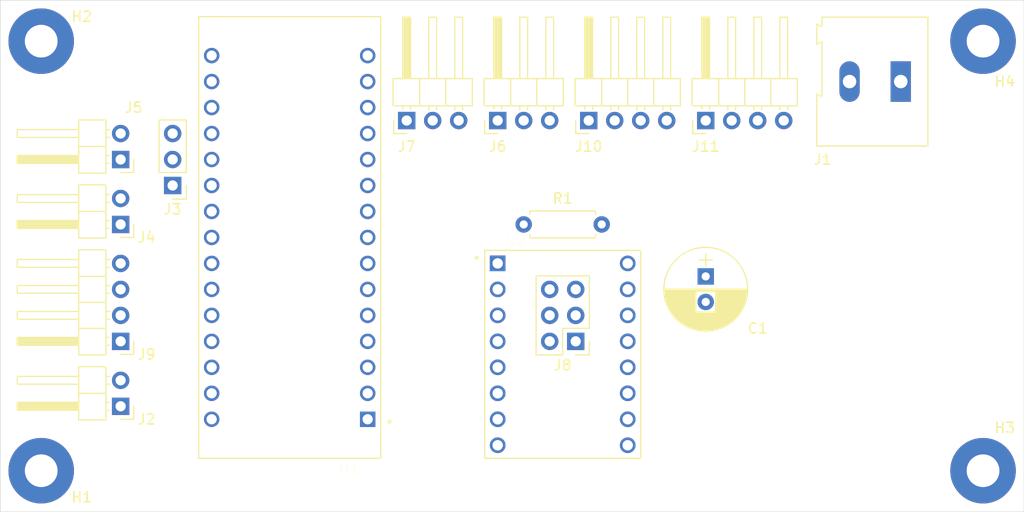
<source format=kicad_pcb>
(kicad_pcb (version 20171130) (host pcbnew "(5.1.10)-1")

  (general
    (thickness 1.6)
    (drawings 4)
    (tracks 0)
    (zones 0)
    (modules 19)
    (nets 26)
  )

  (page A4)
  (layers
    (0 F.Cu signal)
    (31 B.Cu signal)
    (32 B.Adhes user)
    (33 F.Adhes user)
    (34 B.Paste user)
    (35 F.Paste user)
    (36 B.SilkS user)
    (37 F.SilkS user)
    (38 B.Mask user)
    (39 F.Mask user)
    (40 Dwgs.User user)
    (41 Cmts.User user)
    (42 Eco1.User user)
    (43 Eco2.User user)
    (44 Edge.Cuts user)
    (45 Margin user)
    (46 B.CrtYd user)
    (47 F.CrtYd user)
    (48 B.Fab user)
    (49 F.Fab user)
  )

  (setup
    (last_trace_width 0.25)
    (trace_clearance 0.2)
    (zone_clearance 0.508)
    (zone_45_only no)
    (trace_min 0.2)
    (via_size 0.8)
    (via_drill 0.4)
    (via_min_size 0.4)
    (via_min_drill 0.3)
    (uvia_size 0.3)
    (uvia_drill 0.1)
    (uvias_allowed no)
    (uvia_min_size 0.2)
    (uvia_min_drill 0.1)
    (edge_width 0.05)
    (segment_width 0.2)
    (pcb_text_width 0.3)
    (pcb_text_size 1.5 1.5)
    (mod_edge_width 0.12)
    (mod_text_size 1 1)
    (mod_text_width 0.15)
    (pad_size 1.524 1.524)
    (pad_drill 0.762)
    (pad_to_mask_clearance 0)
    (aux_axis_origin 0 0)
    (visible_elements 7FFDFFFF)
    (pcbplotparams
      (layerselection 0x010fc_ffffffff)
      (usegerberextensions false)
      (usegerberattributes true)
      (usegerberadvancedattributes true)
      (creategerberjobfile true)
      (excludeedgelayer true)
      (linewidth 0.100000)
      (plotframeref false)
      (viasonmask false)
      (mode 1)
      (useauxorigin false)
      (hpglpennumber 1)
      (hpglpenspeed 20)
      (hpglpendiameter 15.000000)
      (psnegative false)
      (psa4output false)
      (plotreference true)
      (plotvalue true)
      (plotinvisibletext false)
      (padsonsilk false)
      (subtractmaskfromsilk false)
      (outputformat 1)
      (mirror false)
      (drillshape 1)
      (scaleselection 1)
      (outputdirectory ""))
  )

  (net 0 "")
  (net 1 GND)
  (net 2 +BATT)
  (net 3 +5V)
  (net 4 "Net-(J3-Pad3)")
  (net 5 "Net-(J3-Pad2)")
  (net 6 "Net-(J3-Pad1)")
  (net 7 BUTTON_LEFT)
  (net 8 BUTTON_RIGHT)
  (net 9 ENDSTOP_LEFT)
  (net 10 ENDSTOP_RIGHT)
  (net 11 "Net-(J8-Pad6)")
  (net 12 "Net-(J8-Pad4)")
  (net 13 "Net-(J8-Pad2)")
  (net 14 SDA)
  (net 15 SCL)
  (net 16 ENCODER_DT)
  (net 17 ENCODER_CLK)
  (net 18 "Net-(J11-Pad4)")
  (net 19 "Net-(J11-Pad3)")
  (net 20 "Net-(J11-Pad2)")
  (net 21 "Net-(J11-Pad1)")
  (net 22 EN)
  (net 23 X_STEP)
  (net 24 X_DIR)
  (net 25 "Net-(U2-Pad5)")

  (net_class Default "This is the default net class."
    (clearance 0.2)
    (trace_width 0.25)
    (via_dia 0.8)
    (via_drill 0.4)
    (uvia_dia 0.3)
    (uvia_drill 0.1)
    (add_net +5V)
    (add_net +BATT)
    (add_net BUTTON_LEFT)
    (add_net BUTTON_RIGHT)
    (add_net EN)
    (add_net ENCODER_CLK)
    (add_net ENCODER_DT)
    (add_net ENDSTOP_LEFT)
    (add_net ENDSTOP_RIGHT)
    (add_net GND)
    (add_net "Net-(J11-Pad1)")
    (add_net "Net-(J11-Pad2)")
    (add_net "Net-(J11-Pad3)")
    (add_net "Net-(J11-Pad4)")
    (add_net "Net-(J3-Pad1)")
    (add_net "Net-(J3-Pad2)")
    (add_net "Net-(J3-Pad3)")
    (add_net "Net-(J8-Pad2)")
    (add_net "Net-(J8-Pad4)")
    (add_net "Net-(J8-Pad6)")
    (add_net "Net-(U2-Pad5)")
    (add_net SCL)
    (add_net SDA)
    (add_net X_DIR)
    (add_net X_STEP)
  )

  (module Capacitors_ThroughHole:CP_Radial_D8.0mm_P2.50mm (layer F.Cu) (tedit 597BC7C2) (tstamp 60CE30BE)
    (at 168.91 127 270)
    (descr "CP, Radial series, Radial, pin pitch=2.50mm, , diameter=8mm, Electrolytic Capacitor")
    (tags "CP Radial series Radial pin pitch 2.50mm  diameter 8mm Electrolytic Capacitor")
    (path /60CF5402)
    (fp_text reference C1 (at 5.08 -5.08 180) (layer F.SilkS)
      (effects (font (size 1 1) (thickness 0.15)))
    )
    (fp_text value 100uF (at 1.25 5.31 90) (layer F.Fab)
      (effects (font (size 1 1) (thickness 0.15)))
    )
    (fp_line (start 5.6 -4.35) (end -3.1 -4.35) (layer F.CrtYd) (width 0.05))
    (fp_line (start 5.6 4.35) (end 5.6 -4.35) (layer F.CrtYd) (width 0.05))
    (fp_line (start -3.1 4.35) (end 5.6 4.35) (layer F.CrtYd) (width 0.05))
    (fp_line (start -3.1 -4.35) (end -3.1 4.35) (layer F.CrtYd) (width 0.05))
    (fp_line (start -1.6 -0.65) (end -1.6 0.65) (layer F.SilkS) (width 0.12))
    (fp_line (start -2.2 0) (end -1 0) (layer F.SilkS) (width 0.12))
    (fp_line (start 5.331 -0.246) (end 5.331 0.246) (layer F.SilkS) (width 0.12))
    (fp_line (start 5.291 -0.598) (end 5.291 0.598) (layer F.SilkS) (width 0.12))
    (fp_line (start 5.251 -0.814) (end 5.251 0.814) (layer F.SilkS) (width 0.12))
    (fp_line (start 5.211 -0.983) (end 5.211 0.983) (layer F.SilkS) (width 0.12))
    (fp_line (start 5.171 -1.127) (end 5.171 1.127) (layer F.SilkS) (width 0.12))
    (fp_line (start 5.131 -1.254) (end 5.131 1.254) (layer F.SilkS) (width 0.12))
    (fp_line (start 5.091 -1.369) (end 5.091 1.369) (layer F.SilkS) (width 0.12))
    (fp_line (start 5.051 -1.473) (end 5.051 1.473) (layer F.SilkS) (width 0.12))
    (fp_line (start 5.011 -1.57) (end 5.011 1.57) (layer F.SilkS) (width 0.12))
    (fp_line (start 4.971 -1.66) (end 4.971 1.66) (layer F.SilkS) (width 0.12))
    (fp_line (start 4.931 -1.745) (end 4.931 1.745) (layer F.SilkS) (width 0.12))
    (fp_line (start 4.891 -1.826) (end 4.891 1.826) (layer F.SilkS) (width 0.12))
    (fp_line (start 4.851 -1.902) (end 4.851 1.902) (layer F.SilkS) (width 0.12))
    (fp_line (start 4.811 -1.974) (end 4.811 1.974) (layer F.SilkS) (width 0.12))
    (fp_line (start 4.771 -2.043) (end 4.771 2.043) (layer F.SilkS) (width 0.12))
    (fp_line (start 4.731 -2.109) (end 4.731 2.109) (layer F.SilkS) (width 0.12))
    (fp_line (start 4.691 -2.173) (end 4.691 2.173) (layer F.SilkS) (width 0.12))
    (fp_line (start 4.651 -2.234) (end 4.651 2.234) (layer F.SilkS) (width 0.12))
    (fp_line (start 4.611 -2.293) (end 4.611 2.293) (layer F.SilkS) (width 0.12))
    (fp_line (start 4.571 -2.349) (end 4.571 2.349) (layer F.SilkS) (width 0.12))
    (fp_line (start 4.531 -2.404) (end 4.531 2.404) (layer F.SilkS) (width 0.12))
    (fp_line (start 4.491 -2.457) (end 4.491 2.457) (layer F.SilkS) (width 0.12))
    (fp_line (start 4.451 -2.508) (end 4.451 2.508) (layer F.SilkS) (width 0.12))
    (fp_line (start 4.411 -2.557) (end 4.411 2.557) (layer F.SilkS) (width 0.12))
    (fp_line (start 4.371 -2.605) (end 4.371 2.605) (layer F.SilkS) (width 0.12))
    (fp_line (start 4.331 -2.652) (end 4.331 2.652) (layer F.SilkS) (width 0.12))
    (fp_line (start 4.291 -2.697) (end 4.291 2.697) (layer F.SilkS) (width 0.12))
    (fp_line (start 4.251 -2.74) (end 4.251 2.74) (layer F.SilkS) (width 0.12))
    (fp_line (start 4.211 -2.783) (end 4.211 2.783) (layer F.SilkS) (width 0.12))
    (fp_line (start 4.171 -2.824) (end 4.171 2.824) (layer F.SilkS) (width 0.12))
    (fp_line (start 4.131 -2.865) (end 4.131 2.865) (layer F.SilkS) (width 0.12))
    (fp_line (start 4.091 -2.904) (end 4.091 2.904) (layer F.SilkS) (width 0.12))
    (fp_line (start 4.051 -2.942) (end 4.051 2.942) (layer F.SilkS) (width 0.12))
    (fp_line (start 4.011 -2.979) (end 4.011 2.979) (layer F.SilkS) (width 0.12))
    (fp_line (start 3.971 -3.015) (end 3.971 3.015) (layer F.SilkS) (width 0.12))
    (fp_line (start 3.931 -3.05) (end 3.931 3.05) (layer F.SilkS) (width 0.12))
    (fp_line (start 3.891 -3.084) (end 3.891 3.084) (layer F.SilkS) (width 0.12))
    (fp_line (start 3.851 -3.118) (end 3.851 3.118) (layer F.SilkS) (width 0.12))
    (fp_line (start 3.811 -3.15) (end 3.811 3.15) (layer F.SilkS) (width 0.12))
    (fp_line (start 3.771 -3.182) (end 3.771 3.182) (layer F.SilkS) (width 0.12))
    (fp_line (start 3.731 -3.213) (end 3.731 3.213) (layer F.SilkS) (width 0.12))
    (fp_line (start 3.691 -3.243) (end 3.691 3.243) (layer F.SilkS) (width 0.12))
    (fp_line (start 3.651 -3.272) (end 3.651 3.272) (layer F.SilkS) (width 0.12))
    (fp_line (start 3.611 -3.301) (end 3.611 3.301) (layer F.SilkS) (width 0.12))
    (fp_line (start 3.571 -3.329) (end 3.571 3.329) (layer F.SilkS) (width 0.12))
    (fp_line (start 3.531 -3.356) (end 3.531 3.356) (layer F.SilkS) (width 0.12))
    (fp_line (start 3.491 -3.383) (end 3.491 3.383) (layer F.SilkS) (width 0.12))
    (fp_line (start 3.451 0.98) (end 3.451 3.408) (layer F.SilkS) (width 0.12))
    (fp_line (start 3.451 -3.408) (end 3.451 -0.98) (layer F.SilkS) (width 0.12))
    (fp_line (start 3.411 0.98) (end 3.411 3.434) (layer F.SilkS) (width 0.12))
    (fp_line (start 3.411 -3.434) (end 3.411 -0.98) (layer F.SilkS) (width 0.12))
    (fp_line (start 3.371 0.98) (end 3.371 3.458) (layer F.SilkS) (width 0.12))
    (fp_line (start 3.371 -3.458) (end 3.371 -0.98) (layer F.SilkS) (width 0.12))
    (fp_line (start 3.331 0.98) (end 3.331 3.482) (layer F.SilkS) (width 0.12))
    (fp_line (start 3.331 -3.482) (end 3.331 -0.98) (layer F.SilkS) (width 0.12))
    (fp_line (start 3.291 0.98) (end 3.291 3.505) (layer F.SilkS) (width 0.12))
    (fp_line (start 3.291 -3.505) (end 3.291 -0.98) (layer F.SilkS) (width 0.12))
    (fp_line (start 3.251 0.98) (end 3.251 3.528) (layer F.SilkS) (width 0.12))
    (fp_line (start 3.251 -3.528) (end 3.251 -0.98) (layer F.SilkS) (width 0.12))
    (fp_line (start 3.211 0.98) (end 3.211 3.55) (layer F.SilkS) (width 0.12))
    (fp_line (start 3.211 -3.55) (end 3.211 -0.98) (layer F.SilkS) (width 0.12))
    (fp_line (start 3.171 0.98) (end 3.171 3.572) (layer F.SilkS) (width 0.12))
    (fp_line (start 3.171 -3.572) (end 3.171 -0.98) (layer F.SilkS) (width 0.12))
    (fp_line (start 3.131 0.98) (end 3.131 3.593) (layer F.SilkS) (width 0.12))
    (fp_line (start 3.131 -3.593) (end 3.131 -0.98) (layer F.SilkS) (width 0.12))
    (fp_line (start 3.091 0.98) (end 3.091 3.613) (layer F.SilkS) (width 0.12))
    (fp_line (start 3.091 -3.613) (end 3.091 -0.98) (layer F.SilkS) (width 0.12))
    (fp_line (start 3.051 0.98) (end 3.051 3.633) (layer F.SilkS) (width 0.12))
    (fp_line (start 3.051 -3.633) (end 3.051 -0.98) (layer F.SilkS) (width 0.12))
    (fp_line (start 3.011 0.98) (end 3.011 3.652) (layer F.SilkS) (width 0.12))
    (fp_line (start 3.011 -3.652) (end 3.011 -0.98) (layer F.SilkS) (width 0.12))
    (fp_line (start 2.971 0.98) (end 2.971 3.671) (layer F.SilkS) (width 0.12))
    (fp_line (start 2.971 -3.671) (end 2.971 -0.98) (layer F.SilkS) (width 0.12))
    (fp_line (start 2.931 0.98) (end 2.931 3.69) (layer F.SilkS) (width 0.12))
    (fp_line (start 2.931 -3.69) (end 2.931 -0.98) (layer F.SilkS) (width 0.12))
    (fp_line (start 2.891 0.98) (end 2.891 3.707) (layer F.SilkS) (width 0.12))
    (fp_line (start 2.891 -3.707) (end 2.891 -0.98) (layer F.SilkS) (width 0.12))
    (fp_line (start 2.851 0.98) (end 2.851 3.725) (layer F.SilkS) (width 0.12))
    (fp_line (start 2.851 -3.725) (end 2.851 -0.98) (layer F.SilkS) (width 0.12))
    (fp_line (start 2.811 0.98) (end 2.811 3.741) (layer F.SilkS) (width 0.12))
    (fp_line (start 2.811 -3.741) (end 2.811 -0.98) (layer F.SilkS) (width 0.12))
    (fp_line (start 2.771 0.98) (end 2.771 3.758) (layer F.SilkS) (width 0.12))
    (fp_line (start 2.771 -3.758) (end 2.771 -0.98) (layer F.SilkS) (width 0.12))
    (fp_line (start 2.731 0.98) (end 2.731 3.773) (layer F.SilkS) (width 0.12))
    (fp_line (start 2.731 -3.773) (end 2.731 -0.98) (layer F.SilkS) (width 0.12))
    (fp_line (start 2.691 0.98) (end 2.691 3.789) (layer F.SilkS) (width 0.12))
    (fp_line (start 2.691 -3.789) (end 2.691 -0.98) (layer F.SilkS) (width 0.12))
    (fp_line (start 2.651 0.98) (end 2.651 3.803) (layer F.SilkS) (width 0.12))
    (fp_line (start 2.651 -3.803) (end 2.651 -0.98) (layer F.SilkS) (width 0.12))
    (fp_line (start 2.611 0.98) (end 2.611 3.818) (layer F.SilkS) (width 0.12))
    (fp_line (start 2.611 -3.818) (end 2.611 -0.98) (layer F.SilkS) (width 0.12))
    (fp_line (start 2.571 0.98) (end 2.571 3.832) (layer F.SilkS) (width 0.12))
    (fp_line (start 2.571 -3.832) (end 2.571 -0.98) (layer F.SilkS) (width 0.12))
    (fp_line (start 2.531 0.98) (end 2.531 3.845) (layer F.SilkS) (width 0.12))
    (fp_line (start 2.531 -3.845) (end 2.531 -0.98) (layer F.SilkS) (width 0.12))
    (fp_line (start 2.491 0.98) (end 2.491 3.858) (layer F.SilkS) (width 0.12))
    (fp_line (start 2.491 -3.858) (end 2.491 -0.98) (layer F.SilkS) (width 0.12))
    (fp_line (start 2.451 0.98) (end 2.451 3.87) (layer F.SilkS) (width 0.12))
    (fp_line (start 2.451 -3.87) (end 2.451 -0.98) (layer F.SilkS) (width 0.12))
    (fp_line (start 2.411 0.98) (end 2.411 3.883) (layer F.SilkS) (width 0.12))
    (fp_line (start 2.411 -3.883) (end 2.411 -0.98) (layer F.SilkS) (width 0.12))
    (fp_line (start 2.371 0.98) (end 2.371 3.894) (layer F.SilkS) (width 0.12))
    (fp_line (start 2.371 -3.894) (end 2.371 -0.98) (layer F.SilkS) (width 0.12))
    (fp_line (start 2.331 0.98) (end 2.331 3.905) (layer F.SilkS) (width 0.12))
    (fp_line (start 2.331 -3.905) (end 2.331 -0.98) (layer F.SilkS) (width 0.12))
    (fp_line (start 2.291 0.98) (end 2.291 3.916) (layer F.SilkS) (width 0.12))
    (fp_line (start 2.291 -3.916) (end 2.291 -0.98) (layer F.SilkS) (width 0.12))
    (fp_line (start 2.251 0.98) (end 2.251 3.926) (layer F.SilkS) (width 0.12))
    (fp_line (start 2.251 -3.926) (end 2.251 -0.98) (layer F.SilkS) (width 0.12))
    (fp_line (start 2.211 0.98) (end 2.211 3.936) (layer F.SilkS) (width 0.12))
    (fp_line (start 2.211 -3.936) (end 2.211 -0.98) (layer F.SilkS) (width 0.12))
    (fp_line (start 2.171 0.98) (end 2.171 3.946) (layer F.SilkS) (width 0.12))
    (fp_line (start 2.171 -3.946) (end 2.171 -0.98) (layer F.SilkS) (width 0.12))
    (fp_line (start 2.131 0.98) (end 2.131 3.955) (layer F.SilkS) (width 0.12))
    (fp_line (start 2.131 -3.955) (end 2.131 -0.98) (layer F.SilkS) (width 0.12))
    (fp_line (start 2.091 0.98) (end 2.091 3.963) (layer F.SilkS) (width 0.12))
    (fp_line (start 2.091 -3.963) (end 2.091 -0.98) (layer F.SilkS) (width 0.12))
    (fp_line (start 2.051 0.98) (end 2.051 3.971) (layer F.SilkS) (width 0.12))
    (fp_line (start 2.051 -3.971) (end 2.051 -0.98) (layer F.SilkS) (width 0.12))
    (fp_line (start 2.011 0.98) (end 2.011 3.979) (layer F.SilkS) (width 0.12))
    (fp_line (start 2.011 -3.979) (end 2.011 -0.98) (layer F.SilkS) (width 0.12))
    (fp_line (start 1.971 0.98) (end 1.971 3.987) (layer F.SilkS) (width 0.12))
    (fp_line (start 1.971 -3.987) (end 1.971 -0.98) (layer F.SilkS) (width 0.12))
    (fp_line (start 1.93 0.98) (end 1.93 3.994) (layer F.SilkS) (width 0.12))
    (fp_line (start 1.93 -3.994) (end 1.93 -0.98) (layer F.SilkS) (width 0.12))
    (fp_line (start 1.89 0.98) (end 1.89 4) (layer F.SilkS) (width 0.12))
    (fp_line (start 1.89 -4) (end 1.89 -0.98) (layer F.SilkS) (width 0.12))
    (fp_line (start 1.85 0.98) (end 1.85 4.006) (layer F.SilkS) (width 0.12))
    (fp_line (start 1.85 -4.006) (end 1.85 -0.98) (layer F.SilkS) (width 0.12))
    (fp_line (start 1.81 0.98) (end 1.81 4.012) (layer F.SilkS) (width 0.12))
    (fp_line (start 1.81 -4.012) (end 1.81 -0.98) (layer F.SilkS) (width 0.12))
    (fp_line (start 1.77 0.98) (end 1.77 4.017) (layer F.SilkS) (width 0.12))
    (fp_line (start 1.77 -4.017) (end 1.77 -0.98) (layer F.SilkS) (width 0.12))
    (fp_line (start 1.73 0.98) (end 1.73 4.022) (layer F.SilkS) (width 0.12))
    (fp_line (start 1.73 -4.022) (end 1.73 -0.98) (layer F.SilkS) (width 0.12))
    (fp_line (start 1.69 0.98) (end 1.69 4.027) (layer F.SilkS) (width 0.12))
    (fp_line (start 1.69 -4.027) (end 1.69 -0.98) (layer F.SilkS) (width 0.12))
    (fp_line (start 1.65 0.98) (end 1.65 4.031) (layer F.SilkS) (width 0.12))
    (fp_line (start 1.65 -4.031) (end 1.65 -0.98) (layer F.SilkS) (width 0.12))
    (fp_line (start 1.61 0.98) (end 1.61 4.035) (layer F.SilkS) (width 0.12))
    (fp_line (start 1.61 -4.035) (end 1.61 -0.98) (layer F.SilkS) (width 0.12))
    (fp_line (start 1.57 0.98) (end 1.57 4.038) (layer F.SilkS) (width 0.12))
    (fp_line (start 1.57 -4.038) (end 1.57 -0.98) (layer F.SilkS) (width 0.12))
    (fp_line (start 1.53 0.98) (end 1.53 4.041) (layer F.SilkS) (width 0.12))
    (fp_line (start 1.53 -4.041) (end 1.53 -0.98) (layer F.SilkS) (width 0.12))
    (fp_line (start 1.49 -4.043) (end 1.49 4.043) (layer F.SilkS) (width 0.12))
    (fp_line (start 1.45 -4.046) (end 1.45 4.046) (layer F.SilkS) (width 0.12))
    (fp_line (start 1.41 -4.047) (end 1.41 4.047) (layer F.SilkS) (width 0.12))
    (fp_line (start 1.37 -4.049) (end 1.37 4.049) (layer F.SilkS) (width 0.12))
    (fp_line (start 1.33 -4.05) (end 1.33 4.05) (layer F.SilkS) (width 0.12))
    (fp_line (start 1.29 -4.05) (end 1.29 4.05) (layer F.SilkS) (width 0.12))
    (fp_line (start 1.25 -4.05) (end 1.25 4.05) (layer F.SilkS) (width 0.12))
    (fp_line (start -1.6 -0.65) (end -1.6 0.65) (layer F.Fab) (width 0.1))
    (fp_line (start -2.2 0) (end -1 0) (layer F.Fab) (width 0.1))
    (fp_circle (center 1.25 0) (end 5.34 0) (layer F.SilkS) (width 0.12))
    (fp_circle (center 1.25 0) (end 5.25 0) (layer F.Fab) (width 0.1))
    (fp_text user %R (at 1.25 0 90) (layer F.Fab)
      (effects (font (size 1 1) (thickness 0.15)))
    )
    (pad 2 thru_hole circle (at 2.5 0 270) (size 1.6 1.6) (drill 0.8) (layers *.Cu *.Mask)
      (net 1 GND))
    (pad 1 thru_hole rect (at 0 0 270) (size 1.6 1.6) (drill 0.8) (layers *.Cu *.Mask)
      (net 2 +BATT))
    (model ${KISYS3DMOD}/Capacitors_THT.3dshapes/CP_Radial_D8.0mm_P2.50mm.wrl
      (at (xyz 0 0 0))
      (scale (xyz 1 1 1))
      (rotate (xyz 0 0 0))
    )
  )

  (module Mounting_Holes:MountingHole_3.2mm_M3_Pad (layer F.Cu) (tedit 56D1B4CB) (tstamp 60CE30C6)
    (at 104 146)
    (descr "Mounting Hole 3.2mm, M3")
    (tags "mounting hole 3.2mm m3")
    (path /60D9784D)
    (attr virtual)
    (fp_text reference H1 (at 3.95 2.59) (layer F.SilkS)
      (effects (font (size 1 1) (thickness 0.15)))
    )
    (fp_text value MountingHole (at 0 4.2) (layer F.Fab)
      (effects (font (size 1 1) (thickness 0.15)))
    )
    (fp_circle (center 0 0) (end 3.45 0) (layer F.CrtYd) (width 0.05))
    (fp_circle (center 0 0) (end 3.2 0) (layer Cmts.User) (width 0.15))
    (fp_text user %R (at 0.3 0) (layer F.Fab)
      (effects (font (size 1 1) (thickness 0.15)))
    )
    (pad 1 thru_hole circle (at 0 0) (size 6.4 6.4) (drill 3.2) (layers *.Cu *.Mask))
  )

  (module Mounting_Holes:MountingHole_3.2mm_M3_Pad (layer F.Cu) (tedit 56D1B4CB) (tstamp 60CE30CE)
    (at 104 104)
    (descr "Mounting Hole 3.2mm, M3")
    (tags "mounting hole 3.2mm m3")
    (path /60D98F66)
    (attr virtual)
    (fp_text reference H2 (at 3.95 -2.4) (layer F.SilkS)
      (effects (font (size 1 1) (thickness 0.15)))
    )
    (fp_text value MountingHole (at 0 4.2) (layer F.Fab)
      (effects (font (size 1 1) (thickness 0.15)))
    )
    (fp_circle (center 0 0) (end 3.2 0) (layer Cmts.User) (width 0.15))
    (fp_circle (center 0 0) (end 3.45 0) (layer F.CrtYd) (width 0.05))
    (fp_text user %R (at 0.3 0) (layer F.Fab)
      (effects (font (size 1 1) (thickness 0.15)))
    )
    (pad 1 thru_hole circle (at 0 0) (size 6.4 6.4) (drill 3.2) (layers *.Cu *.Mask))
  )

  (module Pin_Headers:Pin_Header_Angled_1x02_Pitch2.54mm (layer F.Cu) (tedit 59650532) (tstamp 60CE5555)
    (at 111.76 139.7 180)
    (descr "Through hole angled pin header, 1x02, 2.54mm pitch, 6mm pin length, single row")
    (tags "Through hole angled pin header THT 1x02 2.54mm single row")
    (path /60D4F827)
    (fp_text reference J2 (at -2.54 -1.27) (layer F.SilkS)
      (effects (font (size 1 1) (thickness 0.15)))
    )
    (fp_text value Conn_01x02_Male (at 4.385 4.81) (layer F.Fab)
      (effects (font (size 1 1) (thickness 0.15)))
    )
    (fp_line (start 10.55 -1.8) (end -1.8 -1.8) (layer F.CrtYd) (width 0.05))
    (fp_line (start 10.55 4.35) (end 10.55 -1.8) (layer F.CrtYd) (width 0.05))
    (fp_line (start -1.8 4.35) (end 10.55 4.35) (layer F.CrtYd) (width 0.05))
    (fp_line (start -1.8 -1.8) (end -1.8 4.35) (layer F.CrtYd) (width 0.05))
    (fp_line (start -1.27 -1.27) (end 0 -1.27) (layer F.SilkS) (width 0.12))
    (fp_line (start -1.27 0) (end -1.27 -1.27) (layer F.SilkS) (width 0.12))
    (fp_line (start 1.042929 2.92) (end 1.44 2.92) (layer F.SilkS) (width 0.12))
    (fp_line (start 1.042929 2.16) (end 1.44 2.16) (layer F.SilkS) (width 0.12))
    (fp_line (start 10.1 2.92) (end 4.1 2.92) (layer F.SilkS) (width 0.12))
    (fp_line (start 10.1 2.16) (end 10.1 2.92) (layer F.SilkS) (width 0.12))
    (fp_line (start 4.1 2.16) (end 10.1 2.16) (layer F.SilkS) (width 0.12))
    (fp_line (start 1.44 1.27) (end 4.1 1.27) (layer F.SilkS) (width 0.12))
    (fp_line (start 1.11 0.38) (end 1.44 0.38) (layer F.SilkS) (width 0.12))
    (fp_line (start 1.11 -0.38) (end 1.44 -0.38) (layer F.SilkS) (width 0.12))
    (fp_line (start 4.1 0.28) (end 10.1 0.28) (layer F.SilkS) (width 0.12))
    (fp_line (start 4.1 0.16) (end 10.1 0.16) (layer F.SilkS) (width 0.12))
    (fp_line (start 4.1 0.04) (end 10.1 0.04) (layer F.SilkS) (width 0.12))
    (fp_line (start 4.1 -0.08) (end 10.1 -0.08) (layer F.SilkS) (width 0.12))
    (fp_line (start 4.1 -0.2) (end 10.1 -0.2) (layer F.SilkS) (width 0.12))
    (fp_line (start 4.1 -0.32) (end 10.1 -0.32) (layer F.SilkS) (width 0.12))
    (fp_line (start 10.1 0.38) (end 4.1 0.38) (layer F.SilkS) (width 0.12))
    (fp_line (start 10.1 -0.38) (end 10.1 0.38) (layer F.SilkS) (width 0.12))
    (fp_line (start 4.1 -0.38) (end 10.1 -0.38) (layer F.SilkS) (width 0.12))
    (fp_line (start 4.1 -1.33) (end 1.44 -1.33) (layer F.SilkS) (width 0.12))
    (fp_line (start 4.1 3.87) (end 4.1 -1.33) (layer F.SilkS) (width 0.12))
    (fp_line (start 1.44 3.87) (end 4.1 3.87) (layer F.SilkS) (width 0.12))
    (fp_line (start 1.44 -1.33) (end 1.44 3.87) (layer F.SilkS) (width 0.12))
    (fp_line (start 4.04 2.86) (end 10.04 2.86) (layer F.Fab) (width 0.1))
    (fp_line (start 10.04 2.22) (end 10.04 2.86) (layer F.Fab) (width 0.1))
    (fp_line (start 4.04 2.22) (end 10.04 2.22) (layer F.Fab) (width 0.1))
    (fp_line (start -0.32 2.86) (end 1.5 2.86) (layer F.Fab) (width 0.1))
    (fp_line (start -0.32 2.22) (end -0.32 2.86) (layer F.Fab) (width 0.1))
    (fp_line (start -0.32 2.22) (end 1.5 2.22) (layer F.Fab) (width 0.1))
    (fp_line (start 4.04 0.32) (end 10.04 0.32) (layer F.Fab) (width 0.1))
    (fp_line (start 10.04 -0.32) (end 10.04 0.32) (layer F.Fab) (width 0.1))
    (fp_line (start 4.04 -0.32) (end 10.04 -0.32) (layer F.Fab) (width 0.1))
    (fp_line (start -0.32 0.32) (end 1.5 0.32) (layer F.Fab) (width 0.1))
    (fp_line (start -0.32 -0.32) (end -0.32 0.32) (layer F.Fab) (width 0.1))
    (fp_line (start -0.32 -0.32) (end 1.5 -0.32) (layer F.Fab) (width 0.1))
    (fp_line (start 1.5 -0.635) (end 2.135 -1.27) (layer F.Fab) (width 0.1))
    (fp_line (start 1.5 3.81) (end 1.5 -0.635) (layer F.Fab) (width 0.1))
    (fp_line (start 4.04 3.81) (end 1.5 3.81) (layer F.Fab) (width 0.1))
    (fp_line (start 4.04 -1.27) (end 4.04 3.81) (layer F.Fab) (width 0.1))
    (fp_line (start 2.135 -1.27) (end 4.04 -1.27) (layer F.Fab) (width 0.1))
    (fp_text user %R (at 2.77 1.27 90) (layer F.Fab)
      (effects (font (size 1 1) (thickness 0.15)))
    )
    (pad 2 thru_hole oval (at 0 2.54 180) (size 1.7 1.7) (drill 1) (layers *.Cu *.Mask)
      (net 1 GND))
    (pad 1 thru_hole rect (at 0 0 180) (size 1.7 1.7) (drill 1) (layers *.Cu *.Mask)
      (net 3 +5V))
    (model ${KISYS3DMOD}/Pin_Headers.3dshapes/Pin_Header_Angled_1x02_Pitch2.54mm.wrl
      (at (xyz 0 0 0))
      (scale (xyz 1 1 1))
      (rotate (xyz 0 0 0))
    )
  )

  (module Pin_Headers:Pin_Header_Straight_1x03_Pitch2.54mm (layer F.Cu) (tedit 59650532) (tstamp 60CE59C6)
    (at 116.84 118.11 180)
    (descr "Through hole straight pin header, 1x03, 2.54mm pitch, single row")
    (tags "Through hole pin header THT 1x03 2.54mm single row")
    (path /60D697A5)
    (fp_text reference J3 (at 0 -2.33) (layer F.SilkS)
      (effects (font (size 1 1) (thickness 0.15)))
    )
    (fp_text value Conn_01x03_Male (at 0 7.41) (layer F.Fab)
      (effects (font (size 1 1) (thickness 0.15)))
    )
    (fp_line (start 1.8 -1.8) (end -1.8 -1.8) (layer F.CrtYd) (width 0.05))
    (fp_line (start 1.8 6.85) (end 1.8 -1.8) (layer F.CrtYd) (width 0.05))
    (fp_line (start -1.8 6.85) (end 1.8 6.85) (layer F.CrtYd) (width 0.05))
    (fp_line (start -1.8 -1.8) (end -1.8 6.85) (layer F.CrtYd) (width 0.05))
    (fp_line (start -1.33 -1.33) (end 0 -1.33) (layer F.SilkS) (width 0.12))
    (fp_line (start -1.33 0) (end -1.33 -1.33) (layer F.SilkS) (width 0.12))
    (fp_line (start -1.33 1.27) (end 1.33 1.27) (layer F.SilkS) (width 0.12))
    (fp_line (start 1.33 1.27) (end 1.33 6.41) (layer F.SilkS) (width 0.12))
    (fp_line (start -1.33 1.27) (end -1.33 6.41) (layer F.SilkS) (width 0.12))
    (fp_line (start -1.33 6.41) (end 1.33 6.41) (layer F.SilkS) (width 0.12))
    (fp_line (start -1.27 -0.635) (end -0.635 -1.27) (layer F.Fab) (width 0.1))
    (fp_line (start -1.27 6.35) (end -1.27 -0.635) (layer F.Fab) (width 0.1))
    (fp_line (start 1.27 6.35) (end -1.27 6.35) (layer F.Fab) (width 0.1))
    (fp_line (start 1.27 -1.27) (end 1.27 6.35) (layer F.Fab) (width 0.1))
    (fp_line (start -0.635 -1.27) (end 1.27 -1.27) (layer F.Fab) (width 0.1))
    (fp_text user %R (at 0 2.54 90) (layer F.Fab)
      (effects (font (size 1 1) (thickness 0.15)))
    )
    (pad 3 thru_hole oval (at 0 5.08 180) (size 1.7 1.7) (drill 1) (layers *.Cu *.Mask)
      (net 4 "Net-(J3-Pad3)"))
    (pad 2 thru_hole oval (at 0 2.54 180) (size 1.7 1.7) (drill 1) (layers *.Cu *.Mask)
      (net 5 "Net-(J3-Pad2)"))
    (pad 1 thru_hole rect (at 0 0 180) (size 1.7 1.7) (drill 1) (layers *.Cu *.Mask)
      (net 6 "Net-(J3-Pad1)"))
    (model ${KISYS3DMOD}/Pin_Headers.3dshapes/Pin_Header_Straight_1x03_Pitch2.54mm.wrl
      (at (xyz 0 0 0))
      (scale (xyz 1 1 1))
      (rotate (xyz 0 0 0))
    )
  )

  (module Pin_Headers:Pin_Header_Angled_1x02_Pitch2.54mm (layer F.Cu) (tedit 59650532) (tstamp 60CE571C)
    (at 111.76 121.92 180)
    (descr "Through hole angled pin header, 1x02, 2.54mm pitch, 6mm pin length, single row")
    (tags "Through hole angled pin header THT 1x02 2.54mm single row")
    (path /60D24C1F)
    (fp_text reference J4 (at -2.54 -1.27) (layer F.SilkS)
      (effects (font (size 1 1) (thickness 0.15)))
    )
    (fp_text value Conn_01x02_Male (at 4.385 4.81) (layer F.Fab)
      (effects (font (size 1 1) (thickness 0.15)))
    )
    (fp_line (start 10.55 -1.8) (end -1.8 -1.8) (layer F.CrtYd) (width 0.05))
    (fp_line (start 10.55 4.35) (end 10.55 -1.8) (layer F.CrtYd) (width 0.05))
    (fp_line (start -1.8 4.35) (end 10.55 4.35) (layer F.CrtYd) (width 0.05))
    (fp_line (start -1.8 -1.8) (end -1.8 4.35) (layer F.CrtYd) (width 0.05))
    (fp_line (start -1.27 -1.27) (end 0 -1.27) (layer F.SilkS) (width 0.12))
    (fp_line (start -1.27 0) (end -1.27 -1.27) (layer F.SilkS) (width 0.12))
    (fp_line (start 1.042929 2.92) (end 1.44 2.92) (layer F.SilkS) (width 0.12))
    (fp_line (start 1.042929 2.16) (end 1.44 2.16) (layer F.SilkS) (width 0.12))
    (fp_line (start 10.1 2.92) (end 4.1 2.92) (layer F.SilkS) (width 0.12))
    (fp_line (start 10.1 2.16) (end 10.1 2.92) (layer F.SilkS) (width 0.12))
    (fp_line (start 4.1 2.16) (end 10.1 2.16) (layer F.SilkS) (width 0.12))
    (fp_line (start 1.44 1.27) (end 4.1 1.27) (layer F.SilkS) (width 0.12))
    (fp_line (start 1.11 0.38) (end 1.44 0.38) (layer F.SilkS) (width 0.12))
    (fp_line (start 1.11 -0.38) (end 1.44 -0.38) (layer F.SilkS) (width 0.12))
    (fp_line (start 4.1 0.28) (end 10.1 0.28) (layer F.SilkS) (width 0.12))
    (fp_line (start 4.1 0.16) (end 10.1 0.16) (layer F.SilkS) (width 0.12))
    (fp_line (start 4.1 0.04) (end 10.1 0.04) (layer F.SilkS) (width 0.12))
    (fp_line (start 4.1 -0.08) (end 10.1 -0.08) (layer F.SilkS) (width 0.12))
    (fp_line (start 4.1 -0.2) (end 10.1 -0.2) (layer F.SilkS) (width 0.12))
    (fp_line (start 4.1 -0.32) (end 10.1 -0.32) (layer F.SilkS) (width 0.12))
    (fp_line (start 10.1 0.38) (end 4.1 0.38) (layer F.SilkS) (width 0.12))
    (fp_line (start 10.1 -0.38) (end 10.1 0.38) (layer F.SilkS) (width 0.12))
    (fp_line (start 4.1 -0.38) (end 10.1 -0.38) (layer F.SilkS) (width 0.12))
    (fp_line (start 4.1 -1.33) (end 1.44 -1.33) (layer F.SilkS) (width 0.12))
    (fp_line (start 4.1 3.87) (end 4.1 -1.33) (layer F.SilkS) (width 0.12))
    (fp_line (start 1.44 3.87) (end 4.1 3.87) (layer F.SilkS) (width 0.12))
    (fp_line (start 1.44 -1.33) (end 1.44 3.87) (layer F.SilkS) (width 0.12))
    (fp_line (start 4.04 2.86) (end 10.04 2.86) (layer F.Fab) (width 0.1))
    (fp_line (start 10.04 2.22) (end 10.04 2.86) (layer F.Fab) (width 0.1))
    (fp_line (start 4.04 2.22) (end 10.04 2.22) (layer F.Fab) (width 0.1))
    (fp_line (start -0.32 2.86) (end 1.5 2.86) (layer F.Fab) (width 0.1))
    (fp_line (start -0.32 2.22) (end -0.32 2.86) (layer F.Fab) (width 0.1))
    (fp_line (start -0.32 2.22) (end 1.5 2.22) (layer F.Fab) (width 0.1))
    (fp_line (start 4.04 0.32) (end 10.04 0.32) (layer F.Fab) (width 0.1))
    (fp_line (start 10.04 -0.32) (end 10.04 0.32) (layer F.Fab) (width 0.1))
    (fp_line (start 4.04 -0.32) (end 10.04 -0.32) (layer F.Fab) (width 0.1))
    (fp_line (start -0.32 0.32) (end 1.5 0.32) (layer F.Fab) (width 0.1))
    (fp_line (start -0.32 -0.32) (end -0.32 0.32) (layer F.Fab) (width 0.1))
    (fp_line (start -0.32 -0.32) (end 1.5 -0.32) (layer F.Fab) (width 0.1))
    (fp_line (start 1.5 -0.635) (end 2.135 -1.27) (layer F.Fab) (width 0.1))
    (fp_line (start 1.5 3.81) (end 1.5 -0.635) (layer F.Fab) (width 0.1))
    (fp_line (start 4.04 3.81) (end 1.5 3.81) (layer F.Fab) (width 0.1))
    (fp_line (start 4.04 -1.27) (end 4.04 3.81) (layer F.Fab) (width 0.1))
    (fp_line (start 2.135 -1.27) (end 4.04 -1.27) (layer F.Fab) (width 0.1))
    (fp_text user %R (at 2.77 1.27 90) (layer F.Fab)
      (effects (font (size 1 1) (thickness 0.15)))
    )
    (pad 2 thru_hole oval (at 0 2.54 180) (size 1.7 1.7) (drill 1) (layers *.Cu *.Mask)
      (net 1 GND))
    (pad 1 thru_hole rect (at 0 0 180) (size 1.7 1.7) (drill 1) (layers *.Cu *.Mask)
      (net 7 BUTTON_LEFT))
    (model ${KISYS3DMOD}/Pin_Headers.3dshapes/Pin_Header_Angled_1x02_Pitch2.54mm.wrl
      (at (xyz 0 0 0))
      (scale (xyz 1 1 1))
      (rotate (xyz 0 0 0))
    )
  )

  (module Pin_Headers:Pin_Header_Angled_1x02_Pitch2.54mm (layer F.Cu) (tedit 59650532) (tstamp 60CE532A)
    (at 111.76 115.57 180)
    (descr "Through hole angled pin header, 1x02, 2.54mm pitch, 6mm pin length, single row")
    (tags "Through hole angled pin header THT 1x02 2.54mm single row")
    (path /60D254A8)
    (fp_text reference J5 (at -1.27 5.08) (layer F.SilkS)
      (effects (font (size 1 1) (thickness 0.15)))
    )
    (fp_text value Conn_01x02_Male (at 4.385 4.81) (layer F.Fab)
      (effects (font (size 1 1) (thickness 0.15)))
    )
    (fp_line (start 2.135 -1.27) (end 4.04 -1.27) (layer F.Fab) (width 0.1))
    (fp_line (start 4.04 -1.27) (end 4.04 3.81) (layer F.Fab) (width 0.1))
    (fp_line (start 4.04 3.81) (end 1.5 3.81) (layer F.Fab) (width 0.1))
    (fp_line (start 1.5 3.81) (end 1.5 -0.635) (layer F.Fab) (width 0.1))
    (fp_line (start 1.5 -0.635) (end 2.135 -1.27) (layer F.Fab) (width 0.1))
    (fp_line (start -0.32 -0.32) (end 1.5 -0.32) (layer F.Fab) (width 0.1))
    (fp_line (start -0.32 -0.32) (end -0.32 0.32) (layer F.Fab) (width 0.1))
    (fp_line (start -0.32 0.32) (end 1.5 0.32) (layer F.Fab) (width 0.1))
    (fp_line (start 4.04 -0.32) (end 10.04 -0.32) (layer F.Fab) (width 0.1))
    (fp_line (start 10.04 -0.32) (end 10.04 0.32) (layer F.Fab) (width 0.1))
    (fp_line (start 4.04 0.32) (end 10.04 0.32) (layer F.Fab) (width 0.1))
    (fp_line (start -0.32 2.22) (end 1.5 2.22) (layer F.Fab) (width 0.1))
    (fp_line (start -0.32 2.22) (end -0.32 2.86) (layer F.Fab) (width 0.1))
    (fp_line (start -0.32 2.86) (end 1.5 2.86) (layer F.Fab) (width 0.1))
    (fp_line (start 4.04 2.22) (end 10.04 2.22) (layer F.Fab) (width 0.1))
    (fp_line (start 10.04 2.22) (end 10.04 2.86) (layer F.Fab) (width 0.1))
    (fp_line (start 4.04 2.86) (end 10.04 2.86) (layer F.Fab) (width 0.1))
    (fp_line (start 1.44 -1.33) (end 1.44 3.87) (layer F.SilkS) (width 0.12))
    (fp_line (start 1.44 3.87) (end 4.1 3.87) (layer F.SilkS) (width 0.12))
    (fp_line (start 4.1 3.87) (end 4.1 -1.33) (layer F.SilkS) (width 0.12))
    (fp_line (start 4.1 -1.33) (end 1.44 -1.33) (layer F.SilkS) (width 0.12))
    (fp_line (start 4.1 -0.38) (end 10.1 -0.38) (layer F.SilkS) (width 0.12))
    (fp_line (start 10.1 -0.38) (end 10.1 0.38) (layer F.SilkS) (width 0.12))
    (fp_line (start 10.1 0.38) (end 4.1 0.38) (layer F.SilkS) (width 0.12))
    (fp_line (start 4.1 -0.32) (end 10.1 -0.32) (layer F.SilkS) (width 0.12))
    (fp_line (start 4.1 -0.2) (end 10.1 -0.2) (layer F.SilkS) (width 0.12))
    (fp_line (start 4.1 -0.08) (end 10.1 -0.08) (layer F.SilkS) (width 0.12))
    (fp_line (start 4.1 0.04) (end 10.1 0.04) (layer F.SilkS) (width 0.12))
    (fp_line (start 4.1 0.16) (end 10.1 0.16) (layer F.SilkS) (width 0.12))
    (fp_line (start 4.1 0.28) (end 10.1 0.28) (layer F.SilkS) (width 0.12))
    (fp_line (start 1.11 -0.38) (end 1.44 -0.38) (layer F.SilkS) (width 0.12))
    (fp_line (start 1.11 0.38) (end 1.44 0.38) (layer F.SilkS) (width 0.12))
    (fp_line (start 1.44 1.27) (end 4.1 1.27) (layer F.SilkS) (width 0.12))
    (fp_line (start 4.1 2.16) (end 10.1 2.16) (layer F.SilkS) (width 0.12))
    (fp_line (start 10.1 2.16) (end 10.1 2.92) (layer F.SilkS) (width 0.12))
    (fp_line (start 10.1 2.92) (end 4.1 2.92) (layer F.SilkS) (width 0.12))
    (fp_line (start 1.042929 2.16) (end 1.44 2.16) (layer F.SilkS) (width 0.12))
    (fp_line (start 1.042929 2.92) (end 1.44 2.92) (layer F.SilkS) (width 0.12))
    (fp_line (start -1.27 0) (end -1.27 -1.27) (layer F.SilkS) (width 0.12))
    (fp_line (start -1.27 -1.27) (end 0 -1.27) (layer F.SilkS) (width 0.12))
    (fp_line (start -1.8 -1.8) (end -1.8 4.35) (layer F.CrtYd) (width 0.05))
    (fp_line (start -1.8 4.35) (end 10.55 4.35) (layer F.CrtYd) (width 0.05))
    (fp_line (start 10.55 4.35) (end 10.55 -1.8) (layer F.CrtYd) (width 0.05))
    (fp_line (start 10.55 -1.8) (end -1.8 -1.8) (layer F.CrtYd) (width 0.05))
    (fp_text user %R (at 2.77 1.27 90) (layer F.Fab)
      (effects (font (size 1 1) (thickness 0.15)))
    )
    (pad 1 thru_hole rect (at 0 0 180) (size 1.7 1.7) (drill 1) (layers *.Cu *.Mask)
      (net 8 BUTTON_RIGHT))
    (pad 2 thru_hole oval (at 0 2.54 180) (size 1.7 1.7) (drill 1) (layers *.Cu *.Mask)
      (net 1 GND))
    (model ${KISYS3DMOD}/Pin_Headers.3dshapes/Pin_Header_Angled_1x02_Pitch2.54mm.wrl
      (at (xyz 0 0 0))
      (scale (xyz 1 1 1))
      (rotate (xyz 0 0 0))
    )
  )

  (module Pin_Headers:Pin_Header_Angled_1x03_Pitch2.54mm (layer F.Cu) (tedit 59650532) (tstamp 60CE68AF)
    (at 148.59 111.76 90)
    (descr "Through hole angled pin header, 1x03, 2.54mm pitch, 6mm pin length, single row")
    (tags "Through hole angled pin header THT 1x03 2.54mm single row")
    (path /60D25F65)
    (fp_text reference J6 (at -2.54 0 180) (layer F.SilkS)
      (effects (font (size 1 1) (thickness 0.15)))
    )
    (fp_text value Conn_01x03_Male (at 4.385 7.35 90) (layer F.Fab)
      (effects (font (size 1 1) (thickness 0.15)))
    )
    (fp_line (start 10.55 -1.8) (end -1.8 -1.8) (layer F.CrtYd) (width 0.05))
    (fp_line (start 10.55 6.85) (end 10.55 -1.8) (layer F.CrtYd) (width 0.05))
    (fp_line (start -1.8 6.85) (end 10.55 6.85) (layer F.CrtYd) (width 0.05))
    (fp_line (start -1.8 -1.8) (end -1.8 6.85) (layer F.CrtYd) (width 0.05))
    (fp_line (start -1.27 -1.27) (end 0 -1.27) (layer F.SilkS) (width 0.12))
    (fp_line (start -1.27 0) (end -1.27 -1.27) (layer F.SilkS) (width 0.12))
    (fp_line (start 1.042929 5.46) (end 1.44 5.46) (layer F.SilkS) (width 0.12))
    (fp_line (start 1.042929 4.7) (end 1.44 4.7) (layer F.SilkS) (width 0.12))
    (fp_line (start 10.1 5.46) (end 4.1 5.46) (layer F.SilkS) (width 0.12))
    (fp_line (start 10.1 4.7) (end 10.1 5.46) (layer F.SilkS) (width 0.12))
    (fp_line (start 4.1 4.7) (end 10.1 4.7) (layer F.SilkS) (width 0.12))
    (fp_line (start 1.44 3.81) (end 4.1 3.81) (layer F.SilkS) (width 0.12))
    (fp_line (start 1.042929 2.92) (end 1.44 2.92) (layer F.SilkS) (width 0.12))
    (fp_line (start 1.042929 2.16) (end 1.44 2.16) (layer F.SilkS) (width 0.12))
    (fp_line (start 10.1 2.92) (end 4.1 2.92) (layer F.SilkS) (width 0.12))
    (fp_line (start 10.1 2.16) (end 10.1 2.92) (layer F.SilkS) (width 0.12))
    (fp_line (start 4.1 2.16) (end 10.1 2.16) (layer F.SilkS) (width 0.12))
    (fp_line (start 1.44 1.27) (end 4.1 1.27) (layer F.SilkS) (width 0.12))
    (fp_line (start 1.11 0.38) (end 1.44 0.38) (layer F.SilkS) (width 0.12))
    (fp_line (start 1.11 -0.38) (end 1.44 -0.38) (layer F.SilkS) (width 0.12))
    (fp_line (start 4.1 0.28) (end 10.1 0.28) (layer F.SilkS) (width 0.12))
    (fp_line (start 4.1 0.16) (end 10.1 0.16) (layer F.SilkS) (width 0.12))
    (fp_line (start 4.1 0.04) (end 10.1 0.04) (layer F.SilkS) (width 0.12))
    (fp_line (start 4.1 -0.08) (end 10.1 -0.08) (layer F.SilkS) (width 0.12))
    (fp_line (start 4.1 -0.2) (end 10.1 -0.2) (layer F.SilkS) (width 0.12))
    (fp_line (start 4.1 -0.32) (end 10.1 -0.32) (layer F.SilkS) (width 0.12))
    (fp_line (start 10.1 0.38) (end 4.1 0.38) (layer F.SilkS) (width 0.12))
    (fp_line (start 10.1 -0.38) (end 10.1 0.38) (layer F.SilkS) (width 0.12))
    (fp_line (start 4.1 -0.38) (end 10.1 -0.38) (layer F.SilkS) (width 0.12))
    (fp_line (start 4.1 -1.33) (end 1.44 -1.33) (layer F.SilkS) (width 0.12))
    (fp_line (start 4.1 6.41) (end 4.1 -1.33) (layer F.SilkS) (width 0.12))
    (fp_line (start 1.44 6.41) (end 4.1 6.41) (layer F.SilkS) (width 0.12))
    (fp_line (start 1.44 -1.33) (end 1.44 6.41) (layer F.SilkS) (width 0.12))
    (fp_line (start 4.04 5.4) (end 10.04 5.4) (layer F.Fab) (width 0.1))
    (fp_line (start 10.04 4.76) (end 10.04 5.4) (layer F.Fab) (width 0.1))
    (fp_line (start 4.04 4.76) (end 10.04 4.76) (layer F.Fab) (width 0.1))
    (fp_line (start -0.32 5.4) (end 1.5 5.4) (layer F.Fab) (width 0.1))
    (fp_line (start -0.32 4.76) (end -0.32 5.4) (layer F.Fab) (width 0.1))
    (fp_line (start -0.32 4.76) (end 1.5 4.76) (layer F.Fab) (width 0.1))
    (fp_line (start 4.04 2.86) (end 10.04 2.86) (layer F.Fab) (width 0.1))
    (fp_line (start 10.04 2.22) (end 10.04 2.86) (layer F.Fab) (width 0.1))
    (fp_line (start 4.04 2.22) (end 10.04 2.22) (layer F.Fab) (width 0.1))
    (fp_line (start -0.32 2.86) (end 1.5 2.86) (layer F.Fab) (width 0.1))
    (fp_line (start -0.32 2.22) (end -0.32 2.86) (layer F.Fab) (width 0.1))
    (fp_line (start -0.32 2.22) (end 1.5 2.22) (layer F.Fab) (width 0.1))
    (fp_line (start 4.04 0.32) (end 10.04 0.32) (layer F.Fab) (width 0.1))
    (fp_line (start 10.04 -0.32) (end 10.04 0.32) (layer F.Fab) (width 0.1))
    (fp_line (start 4.04 -0.32) (end 10.04 -0.32) (layer F.Fab) (width 0.1))
    (fp_line (start -0.32 0.32) (end 1.5 0.32) (layer F.Fab) (width 0.1))
    (fp_line (start -0.32 -0.32) (end -0.32 0.32) (layer F.Fab) (width 0.1))
    (fp_line (start -0.32 -0.32) (end 1.5 -0.32) (layer F.Fab) (width 0.1))
    (fp_line (start 1.5 -0.635) (end 2.135 -1.27) (layer F.Fab) (width 0.1))
    (fp_line (start 1.5 6.35) (end 1.5 -0.635) (layer F.Fab) (width 0.1))
    (fp_line (start 4.04 6.35) (end 1.5 6.35) (layer F.Fab) (width 0.1))
    (fp_line (start 4.04 -1.27) (end 4.04 6.35) (layer F.Fab) (width 0.1))
    (fp_line (start 2.135 -1.27) (end 4.04 -1.27) (layer F.Fab) (width 0.1))
    (fp_text user %R (at 2.77 2.54) (layer F.Fab)
      (effects (font (size 1 1) (thickness 0.15)))
    )
    (pad 3 thru_hole oval (at 0 5.08 90) (size 1.7 1.7) (drill 1) (layers *.Cu *.Mask)
      (net 3 +5V))
    (pad 2 thru_hole oval (at 0 2.54 90) (size 1.7 1.7) (drill 1) (layers *.Cu *.Mask)
      (net 1 GND))
    (pad 1 thru_hole rect (at 0 0 90) (size 1.7 1.7) (drill 1) (layers *.Cu *.Mask)
      (net 9 ENDSTOP_LEFT))
    (model ${KISYS3DMOD}/Pin_Headers.3dshapes/Pin_Header_Angled_1x03_Pitch2.54mm.wrl
      (at (xyz 0 0 0))
      (scale (xyz 1 1 1))
      (rotate (xyz 0 0 0))
    )
  )

  (module Pin_Headers:Pin_Header_Angled_1x03_Pitch2.54mm (layer F.Cu) (tedit 59650532) (tstamp 60CE67F2)
    (at 139.7 111.76 90)
    (descr "Through hole angled pin header, 1x03, 2.54mm pitch, 6mm pin length, single row")
    (tags "Through hole angled pin header THT 1x03 2.54mm single row")
    (path /60D26729)
    (fp_text reference J7 (at -2.54 0 180) (layer F.SilkS)
      (effects (font (size 1 1) (thickness 0.15)))
    )
    (fp_text value Conn_01x03_Male (at 4.385 7.35 90) (layer F.Fab)
      (effects (font (size 1 1) (thickness 0.15)))
    )
    (fp_line (start 2.135 -1.27) (end 4.04 -1.27) (layer F.Fab) (width 0.1))
    (fp_line (start 4.04 -1.27) (end 4.04 6.35) (layer F.Fab) (width 0.1))
    (fp_line (start 4.04 6.35) (end 1.5 6.35) (layer F.Fab) (width 0.1))
    (fp_line (start 1.5 6.35) (end 1.5 -0.635) (layer F.Fab) (width 0.1))
    (fp_line (start 1.5 -0.635) (end 2.135 -1.27) (layer F.Fab) (width 0.1))
    (fp_line (start -0.32 -0.32) (end 1.5 -0.32) (layer F.Fab) (width 0.1))
    (fp_line (start -0.32 -0.32) (end -0.32 0.32) (layer F.Fab) (width 0.1))
    (fp_line (start -0.32 0.32) (end 1.5 0.32) (layer F.Fab) (width 0.1))
    (fp_line (start 4.04 -0.32) (end 10.04 -0.32) (layer F.Fab) (width 0.1))
    (fp_line (start 10.04 -0.32) (end 10.04 0.32) (layer F.Fab) (width 0.1))
    (fp_line (start 4.04 0.32) (end 10.04 0.32) (layer F.Fab) (width 0.1))
    (fp_line (start -0.32 2.22) (end 1.5 2.22) (layer F.Fab) (width 0.1))
    (fp_line (start -0.32 2.22) (end -0.32 2.86) (layer F.Fab) (width 0.1))
    (fp_line (start -0.32 2.86) (end 1.5 2.86) (layer F.Fab) (width 0.1))
    (fp_line (start 4.04 2.22) (end 10.04 2.22) (layer F.Fab) (width 0.1))
    (fp_line (start 10.04 2.22) (end 10.04 2.86) (layer F.Fab) (width 0.1))
    (fp_line (start 4.04 2.86) (end 10.04 2.86) (layer F.Fab) (width 0.1))
    (fp_line (start -0.32 4.76) (end 1.5 4.76) (layer F.Fab) (width 0.1))
    (fp_line (start -0.32 4.76) (end -0.32 5.4) (layer F.Fab) (width 0.1))
    (fp_line (start -0.32 5.4) (end 1.5 5.4) (layer F.Fab) (width 0.1))
    (fp_line (start 4.04 4.76) (end 10.04 4.76) (layer F.Fab) (width 0.1))
    (fp_line (start 10.04 4.76) (end 10.04 5.4) (layer F.Fab) (width 0.1))
    (fp_line (start 4.04 5.4) (end 10.04 5.4) (layer F.Fab) (width 0.1))
    (fp_line (start 1.44 -1.33) (end 1.44 6.41) (layer F.SilkS) (width 0.12))
    (fp_line (start 1.44 6.41) (end 4.1 6.41) (layer F.SilkS) (width 0.12))
    (fp_line (start 4.1 6.41) (end 4.1 -1.33) (layer F.SilkS) (width 0.12))
    (fp_line (start 4.1 -1.33) (end 1.44 -1.33) (layer F.SilkS) (width 0.12))
    (fp_line (start 4.1 -0.38) (end 10.1 -0.38) (layer F.SilkS) (width 0.12))
    (fp_line (start 10.1 -0.38) (end 10.1 0.38) (layer F.SilkS) (width 0.12))
    (fp_line (start 10.1 0.38) (end 4.1 0.38) (layer F.SilkS) (width 0.12))
    (fp_line (start 4.1 -0.32) (end 10.1 -0.32) (layer F.SilkS) (width 0.12))
    (fp_line (start 4.1 -0.2) (end 10.1 -0.2) (layer F.SilkS) (width 0.12))
    (fp_line (start 4.1 -0.08) (end 10.1 -0.08) (layer F.SilkS) (width 0.12))
    (fp_line (start 4.1 0.04) (end 10.1 0.04) (layer F.SilkS) (width 0.12))
    (fp_line (start 4.1 0.16) (end 10.1 0.16) (layer F.SilkS) (width 0.12))
    (fp_line (start 4.1 0.28) (end 10.1 0.28) (layer F.SilkS) (width 0.12))
    (fp_line (start 1.11 -0.38) (end 1.44 -0.38) (layer F.SilkS) (width 0.12))
    (fp_line (start 1.11 0.38) (end 1.44 0.38) (layer F.SilkS) (width 0.12))
    (fp_line (start 1.44 1.27) (end 4.1 1.27) (layer F.SilkS) (width 0.12))
    (fp_line (start 4.1 2.16) (end 10.1 2.16) (layer F.SilkS) (width 0.12))
    (fp_line (start 10.1 2.16) (end 10.1 2.92) (layer F.SilkS) (width 0.12))
    (fp_line (start 10.1 2.92) (end 4.1 2.92) (layer F.SilkS) (width 0.12))
    (fp_line (start 1.042929 2.16) (end 1.44 2.16) (layer F.SilkS) (width 0.12))
    (fp_line (start 1.042929 2.92) (end 1.44 2.92) (layer F.SilkS) (width 0.12))
    (fp_line (start 1.44 3.81) (end 4.1 3.81) (layer F.SilkS) (width 0.12))
    (fp_line (start 4.1 4.7) (end 10.1 4.7) (layer F.SilkS) (width 0.12))
    (fp_line (start 10.1 4.7) (end 10.1 5.46) (layer F.SilkS) (width 0.12))
    (fp_line (start 10.1 5.46) (end 4.1 5.46) (layer F.SilkS) (width 0.12))
    (fp_line (start 1.042929 4.7) (end 1.44 4.7) (layer F.SilkS) (width 0.12))
    (fp_line (start 1.042929 5.46) (end 1.44 5.46) (layer F.SilkS) (width 0.12))
    (fp_line (start -1.27 0) (end -1.27 -1.27) (layer F.SilkS) (width 0.12))
    (fp_line (start -1.27 -1.27) (end 0 -1.27) (layer F.SilkS) (width 0.12))
    (fp_line (start -1.8 -1.8) (end -1.8 6.85) (layer F.CrtYd) (width 0.05))
    (fp_line (start -1.8 6.85) (end 10.55 6.85) (layer F.CrtYd) (width 0.05))
    (fp_line (start 10.55 6.85) (end 10.55 -1.8) (layer F.CrtYd) (width 0.05))
    (fp_line (start 10.55 -1.8) (end -1.8 -1.8) (layer F.CrtYd) (width 0.05))
    (fp_text user %R (at 2.77 2.54) (layer F.Fab)
      (effects (font (size 1 1) (thickness 0.15)))
    )
    (pad 1 thru_hole rect (at 0 0 90) (size 1.7 1.7) (drill 1) (layers *.Cu *.Mask)
      (net 10 ENDSTOP_RIGHT))
    (pad 2 thru_hole oval (at 0 2.54 90) (size 1.7 1.7) (drill 1) (layers *.Cu *.Mask)
      (net 1 GND))
    (pad 3 thru_hole oval (at 0 5.08 90) (size 1.7 1.7) (drill 1) (layers *.Cu *.Mask)
      (net 3 +5V))
    (model ${KISYS3DMOD}/Pin_Headers.3dshapes/Pin_Header_Angled_1x03_Pitch2.54mm.wrl
      (at (xyz 0 0 0))
      (scale (xyz 1 1 1))
      (rotate (xyz 0 0 0))
    )
  )

  (module Pin_Headers:Pin_Header_Straight_2x03_Pitch2.54mm (layer F.Cu) (tedit 59650532) (tstamp 60CE5E7F)
    (at 156.21 133.35 180)
    (descr "Through hole straight pin header, 2x03, 2.54mm pitch, double rows")
    (tags "Through hole pin header THT 2x03 2.54mm double row")
    (path /60CE99F0)
    (fp_text reference J8 (at 1.27 -2.33) (layer F.SilkS)
      (effects (font (size 1 1) (thickness 0.15)))
    )
    (fp_text value Conn_02x03_Odd_Even (at 1.27 7.41) (layer F.Fab)
      (effects (font (size 1 1) (thickness 0.15)))
    )
    (fp_line (start 4.35 -1.8) (end -1.8 -1.8) (layer F.CrtYd) (width 0.05))
    (fp_line (start 4.35 6.85) (end 4.35 -1.8) (layer F.CrtYd) (width 0.05))
    (fp_line (start -1.8 6.85) (end 4.35 6.85) (layer F.CrtYd) (width 0.05))
    (fp_line (start -1.8 -1.8) (end -1.8 6.85) (layer F.CrtYd) (width 0.05))
    (fp_line (start -1.33 -1.33) (end 0 -1.33) (layer F.SilkS) (width 0.12))
    (fp_line (start -1.33 0) (end -1.33 -1.33) (layer F.SilkS) (width 0.12))
    (fp_line (start 1.27 -1.33) (end 3.87 -1.33) (layer F.SilkS) (width 0.12))
    (fp_line (start 1.27 1.27) (end 1.27 -1.33) (layer F.SilkS) (width 0.12))
    (fp_line (start -1.33 1.27) (end 1.27 1.27) (layer F.SilkS) (width 0.12))
    (fp_line (start 3.87 -1.33) (end 3.87 6.41) (layer F.SilkS) (width 0.12))
    (fp_line (start -1.33 1.27) (end -1.33 6.41) (layer F.SilkS) (width 0.12))
    (fp_line (start -1.33 6.41) (end 3.87 6.41) (layer F.SilkS) (width 0.12))
    (fp_line (start -1.27 0) (end 0 -1.27) (layer F.Fab) (width 0.1))
    (fp_line (start -1.27 6.35) (end -1.27 0) (layer F.Fab) (width 0.1))
    (fp_line (start 3.81 6.35) (end -1.27 6.35) (layer F.Fab) (width 0.1))
    (fp_line (start 3.81 -1.27) (end 3.81 6.35) (layer F.Fab) (width 0.1))
    (fp_line (start 0 -1.27) (end 3.81 -1.27) (layer F.Fab) (width 0.1))
    (fp_text user %R (at 1.27 2.54 90) (layer F.Fab)
      (effects (font (size 1 1) (thickness 0.15)))
    )
    (pad 6 thru_hole oval (at 2.54 5.08 180) (size 1.7 1.7) (drill 1) (layers *.Cu *.Mask)
      (net 11 "Net-(J8-Pad6)"))
    (pad 5 thru_hole oval (at 0 5.08 180) (size 1.7 1.7) (drill 1) (layers *.Cu *.Mask)
      (net 3 +5V))
    (pad 4 thru_hole oval (at 2.54 2.54 180) (size 1.7 1.7) (drill 1) (layers *.Cu *.Mask)
      (net 12 "Net-(J8-Pad4)"))
    (pad 3 thru_hole oval (at 0 2.54 180) (size 1.7 1.7) (drill 1) (layers *.Cu *.Mask)
      (net 3 +5V))
    (pad 2 thru_hole oval (at 2.54 0 180) (size 1.7 1.7) (drill 1) (layers *.Cu *.Mask)
      (net 13 "Net-(J8-Pad2)"))
    (pad 1 thru_hole rect (at 0 0 180) (size 1.7 1.7) (drill 1) (layers *.Cu *.Mask)
      (net 3 +5V))
    (model ${KISYS3DMOD}/Pin_Headers.3dshapes/Pin_Header_Straight_2x03_Pitch2.54mm.wrl
      (at (xyz 0 0 0))
      (scale (xyz 1 1 1))
      (rotate (xyz 0 0 0))
    )
  )

  (module Pin_Headers:Pin_Header_Angled_1x04_Pitch2.54mm (layer F.Cu) (tedit 59650532) (tstamp 60CE517B)
    (at 111.76 133.35 180)
    (descr "Through hole angled pin header, 1x04, 2.54mm pitch, 6mm pin length, single row")
    (tags "Through hole angled pin header THT 1x04 2.54mm single row")
    (path /60CFCF99)
    (fp_text reference J9 (at -2.54 -1.27) (layer F.SilkS)
      (effects (font (size 1 1) (thickness 0.15)))
    )
    (fp_text value Conn_01x04_Male (at 4.385 9.89) (layer F.Fab)
      (effects (font (size 1 1) (thickness 0.15)))
    )
    (fp_line (start 10.55 -1.8) (end -1.8 -1.8) (layer F.CrtYd) (width 0.05))
    (fp_line (start 10.55 9.4) (end 10.55 -1.8) (layer F.CrtYd) (width 0.05))
    (fp_line (start -1.8 9.4) (end 10.55 9.4) (layer F.CrtYd) (width 0.05))
    (fp_line (start -1.8 -1.8) (end -1.8 9.4) (layer F.CrtYd) (width 0.05))
    (fp_line (start -1.27 -1.27) (end 0 -1.27) (layer F.SilkS) (width 0.12))
    (fp_line (start -1.27 0) (end -1.27 -1.27) (layer F.SilkS) (width 0.12))
    (fp_line (start 1.042929 8) (end 1.44 8) (layer F.SilkS) (width 0.12))
    (fp_line (start 1.042929 7.24) (end 1.44 7.24) (layer F.SilkS) (width 0.12))
    (fp_line (start 10.1 8) (end 4.1 8) (layer F.SilkS) (width 0.12))
    (fp_line (start 10.1 7.24) (end 10.1 8) (layer F.SilkS) (width 0.12))
    (fp_line (start 4.1 7.24) (end 10.1 7.24) (layer F.SilkS) (width 0.12))
    (fp_line (start 1.44 6.35) (end 4.1 6.35) (layer F.SilkS) (width 0.12))
    (fp_line (start 1.042929 5.46) (end 1.44 5.46) (layer F.SilkS) (width 0.12))
    (fp_line (start 1.042929 4.7) (end 1.44 4.7) (layer F.SilkS) (width 0.12))
    (fp_line (start 10.1 5.46) (end 4.1 5.46) (layer F.SilkS) (width 0.12))
    (fp_line (start 10.1 4.7) (end 10.1 5.46) (layer F.SilkS) (width 0.12))
    (fp_line (start 4.1 4.7) (end 10.1 4.7) (layer F.SilkS) (width 0.12))
    (fp_line (start 1.44 3.81) (end 4.1 3.81) (layer F.SilkS) (width 0.12))
    (fp_line (start 1.042929 2.92) (end 1.44 2.92) (layer F.SilkS) (width 0.12))
    (fp_line (start 1.042929 2.16) (end 1.44 2.16) (layer F.SilkS) (width 0.12))
    (fp_line (start 10.1 2.92) (end 4.1 2.92) (layer F.SilkS) (width 0.12))
    (fp_line (start 10.1 2.16) (end 10.1 2.92) (layer F.SilkS) (width 0.12))
    (fp_line (start 4.1 2.16) (end 10.1 2.16) (layer F.SilkS) (width 0.12))
    (fp_line (start 1.44 1.27) (end 4.1 1.27) (layer F.SilkS) (width 0.12))
    (fp_line (start 1.11 0.38) (end 1.44 0.38) (layer F.SilkS) (width 0.12))
    (fp_line (start 1.11 -0.38) (end 1.44 -0.38) (layer F.SilkS) (width 0.12))
    (fp_line (start 4.1 0.28) (end 10.1 0.28) (layer F.SilkS) (width 0.12))
    (fp_line (start 4.1 0.16) (end 10.1 0.16) (layer F.SilkS) (width 0.12))
    (fp_line (start 4.1 0.04) (end 10.1 0.04) (layer F.SilkS) (width 0.12))
    (fp_line (start 4.1 -0.08) (end 10.1 -0.08) (layer F.SilkS) (width 0.12))
    (fp_line (start 4.1 -0.2) (end 10.1 -0.2) (layer F.SilkS) (width 0.12))
    (fp_line (start 4.1 -0.32) (end 10.1 -0.32) (layer F.SilkS) (width 0.12))
    (fp_line (start 10.1 0.38) (end 4.1 0.38) (layer F.SilkS) (width 0.12))
    (fp_line (start 10.1 -0.38) (end 10.1 0.38) (layer F.SilkS) (width 0.12))
    (fp_line (start 4.1 -0.38) (end 10.1 -0.38) (layer F.SilkS) (width 0.12))
    (fp_line (start 4.1 -1.33) (end 1.44 -1.33) (layer F.SilkS) (width 0.12))
    (fp_line (start 4.1 8.95) (end 4.1 -1.33) (layer F.SilkS) (width 0.12))
    (fp_line (start 1.44 8.95) (end 4.1 8.95) (layer F.SilkS) (width 0.12))
    (fp_line (start 1.44 -1.33) (end 1.44 8.95) (layer F.SilkS) (width 0.12))
    (fp_line (start 4.04 7.94) (end 10.04 7.94) (layer F.Fab) (width 0.1))
    (fp_line (start 10.04 7.3) (end 10.04 7.94) (layer F.Fab) (width 0.1))
    (fp_line (start 4.04 7.3) (end 10.04 7.3) (layer F.Fab) (width 0.1))
    (fp_line (start -0.32 7.94) (end 1.5 7.94) (layer F.Fab) (width 0.1))
    (fp_line (start -0.32 7.3) (end -0.32 7.94) (layer F.Fab) (width 0.1))
    (fp_line (start -0.32 7.3) (end 1.5 7.3) (layer F.Fab) (width 0.1))
    (fp_line (start 4.04 5.4) (end 10.04 5.4) (layer F.Fab) (width 0.1))
    (fp_line (start 10.04 4.76) (end 10.04 5.4) (layer F.Fab) (width 0.1))
    (fp_line (start 4.04 4.76) (end 10.04 4.76) (layer F.Fab) (width 0.1))
    (fp_line (start -0.32 5.4) (end 1.5 5.4) (layer F.Fab) (width 0.1))
    (fp_line (start -0.32 4.76) (end -0.32 5.4) (layer F.Fab) (width 0.1))
    (fp_line (start -0.32 4.76) (end 1.5 4.76) (layer F.Fab) (width 0.1))
    (fp_line (start 4.04 2.86) (end 10.04 2.86) (layer F.Fab) (width 0.1))
    (fp_line (start 10.04 2.22) (end 10.04 2.86) (layer F.Fab) (width 0.1))
    (fp_line (start 4.04 2.22) (end 10.04 2.22) (layer F.Fab) (width 0.1))
    (fp_line (start -0.32 2.86) (end 1.5 2.86) (layer F.Fab) (width 0.1))
    (fp_line (start -0.32 2.22) (end -0.32 2.86) (layer F.Fab) (width 0.1))
    (fp_line (start -0.32 2.22) (end 1.5 2.22) (layer F.Fab) (width 0.1))
    (fp_line (start 4.04 0.32) (end 10.04 0.32) (layer F.Fab) (width 0.1))
    (fp_line (start 10.04 -0.32) (end 10.04 0.32) (layer F.Fab) (width 0.1))
    (fp_line (start 4.04 -0.32) (end 10.04 -0.32) (layer F.Fab) (width 0.1))
    (fp_line (start -0.32 0.32) (end 1.5 0.32) (layer F.Fab) (width 0.1))
    (fp_line (start -0.32 -0.32) (end -0.32 0.32) (layer F.Fab) (width 0.1))
    (fp_line (start -0.32 -0.32) (end 1.5 -0.32) (layer F.Fab) (width 0.1))
    (fp_line (start 1.5 -0.635) (end 2.135 -1.27) (layer F.Fab) (width 0.1))
    (fp_line (start 1.5 8.89) (end 1.5 -0.635) (layer F.Fab) (width 0.1))
    (fp_line (start 4.04 8.89) (end 1.5 8.89) (layer F.Fab) (width 0.1))
    (fp_line (start 4.04 -1.27) (end 4.04 8.89) (layer F.Fab) (width 0.1))
    (fp_line (start 2.135 -1.27) (end 4.04 -1.27) (layer F.Fab) (width 0.1))
    (fp_text user %R (at 2.77 3.81 90) (layer F.Fab)
      (effects (font (size 1 1) (thickness 0.15)))
    )
    (pad 4 thru_hole oval (at 0 7.62 180) (size 1.7 1.7) (drill 1) (layers *.Cu *.Mask)
      (net 14 SDA))
    (pad 3 thru_hole oval (at 0 5.08 180) (size 1.7 1.7) (drill 1) (layers *.Cu *.Mask)
      (net 15 SCL))
    (pad 2 thru_hole oval (at 0 2.54 180) (size 1.7 1.7) (drill 1) (layers *.Cu *.Mask)
      (net 3 +5V))
    (pad 1 thru_hole rect (at 0 0 180) (size 1.7 1.7) (drill 1) (layers *.Cu *.Mask)
      (net 1 GND))
    (model ${KISYS3DMOD}/Pin_Headers.3dshapes/Pin_Header_Angled_1x04_Pitch2.54mm.wrl
      (at (xyz 0 0 0))
      (scale (xyz 1 1 1))
      (rotate (xyz 0 0 0))
    )
  )

  (module Pin_Headers:Pin_Header_Angled_1x04_Pitch2.54mm (layer F.Cu) (tedit 59650532) (tstamp 60CE6979)
    (at 157.48 111.76 90)
    (descr "Through hole angled pin header, 1x04, 2.54mm pitch, 6mm pin length, single row")
    (tags "Through hole angled pin header THT 1x04 2.54mm single row")
    (path /60D19A1C)
    (fp_text reference J10 (at -2.54 0 180) (layer F.SilkS)
      (effects (font (size 1 1) (thickness 0.15)))
    )
    (fp_text value Conn_01x04_Male (at 4.385 9.89 90) (layer F.Fab)
      (effects (font (size 1 1) (thickness 0.15)))
    )
    (fp_line (start 2.135 -1.27) (end 4.04 -1.27) (layer F.Fab) (width 0.1))
    (fp_line (start 4.04 -1.27) (end 4.04 8.89) (layer F.Fab) (width 0.1))
    (fp_line (start 4.04 8.89) (end 1.5 8.89) (layer F.Fab) (width 0.1))
    (fp_line (start 1.5 8.89) (end 1.5 -0.635) (layer F.Fab) (width 0.1))
    (fp_line (start 1.5 -0.635) (end 2.135 -1.27) (layer F.Fab) (width 0.1))
    (fp_line (start -0.32 -0.32) (end 1.5 -0.32) (layer F.Fab) (width 0.1))
    (fp_line (start -0.32 -0.32) (end -0.32 0.32) (layer F.Fab) (width 0.1))
    (fp_line (start -0.32 0.32) (end 1.5 0.32) (layer F.Fab) (width 0.1))
    (fp_line (start 4.04 -0.32) (end 10.04 -0.32) (layer F.Fab) (width 0.1))
    (fp_line (start 10.04 -0.32) (end 10.04 0.32) (layer F.Fab) (width 0.1))
    (fp_line (start 4.04 0.32) (end 10.04 0.32) (layer F.Fab) (width 0.1))
    (fp_line (start -0.32 2.22) (end 1.5 2.22) (layer F.Fab) (width 0.1))
    (fp_line (start -0.32 2.22) (end -0.32 2.86) (layer F.Fab) (width 0.1))
    (fp_line (start -0.32 2.86) (end 1.5 2.86) (layer F.Fab) (width 0.1))
    (fp_line (start 4.04 2.22) (end 10.04 2.22) (layer F.Fab) (width 0.1))
    (fp_line (start 10.04 2.22) (end 10.04 2.86) (layer F.Fab) (width 0.1))
    (fp_line (start 4.04 2.86) (end 10.04 2.86) (layer F.Fab) (width 0.1))
    (fp_line (start -0.32 4.76) (end 1.5 4.76) (layer F.Fab) (width 0.1))
    (fp_line (start -0.32 4.76) (end -0.32 5.4) (layer F.Fab) (width 0.1))
    (fp_line (start -0.32 5.4) (end 1.5 5.4) (layer F.Fab) (width 0.1))
    (fp_line (start 4.04 4.76) (end 10.04 4.76) (layer F.Fab) (width 0.1))
    (fp_line (start 10.04 4.76) (end 10.04 5.4) (layer F.Fab) (width 0.1))
    (fp_line (start 4.04 5.4) (end 10.04 5.4) (layer F.Fab) (width 0.1))
    (fp_line (start -0.32 7.3) (end 1.5 7.3) (layer F.Fab) (width 0.1))
    (fp_line (start -0.32 7.3) (end -0.32 7.94) (layer F.Fab) (width 0.1))
    (fp_line (start -0.32 7.94) (end 1.5 7.94) (layer F.Fab) (width 0.1))
    (fp_line (start 4.04 7.3) (end 10.04 7.3) (layer F.Fab) (width 0.1))
    (fp_line (start 10.04 7.3) (end 10.04 7.94) (layer F.Fab) (width 0.1))
    (fp_line (start 4.04 7.94) (end 10.04 7.94) (layer F.Fab) (width 0.1))
    (fp_line (start 1.44 -1.33) (end 1.44 8.95) (layer F.SilkS) (width 0.12))
    (fp_line (start 1.44 8.95) (end 4.1 8.95) (layer F.SilkS) (width 0.12))
    (fp_line (start 4.1 8.95) (end 4.1 -1.33) (layer F.SilkS) (width 0.12))
    (fp_line (start 4.1 -1.33) (end 1.44 -1.33) (layer F.SilkS) (width 0.12))
    (fp_line (start 4.1 -0.38) (end 10.1 -0.38) (layer F.SilkS) (width 0.12))
    (fp_line (start 10.1 -0.38) (end 10.1 0.38) (layer F.SilkS) (width 0.12))
    (fp_line (start 10.1 0.38) (end 4.1 0.38) (layer F.SilkS) (width 0.12))
    (fp_line (start 4.1 -0.32) (end 10.1 -0.32) (layer F.SilkS) (width 0.12))
    (fp_line (start 4.1 -0.2) (end 10.1 -0.2) (layer F.SilkS) (width 0.12))
    (fp_line (start 4.1 -0.08) (end 10.1 -0.08) (layer F.SilkS) (width 0.12))
    (fp_line (start 4.1 0.04) (end 10.1 0.04) (layer F.SilkS) (width 0.12))
    (fp_line (start 4.1 0.16) (end 10.1 0.16) (layer F.SilkS) (width 0.12))
    (fp_line (start 4.1 0.28) (end 10.1 0.28) (layer F.SilkS) (width 0.12))
    (fp_line (start 1.11 -0.38) (end 1.44 -0.38) (layer F.SilkS) (width 0.12))
    (fp_line (start 1.11 0.38) (end 1.44 0.38) (layer F.SilkS) (width 0.12))
    (fp_line (start 1.44 1.27) (end 4.1 1.27) (layer F.SilkS) (width 0.12))
    (fp_line (start 4.1 2.16) (end 10.1 2.16) (layer F.SilkS) (width 0.12))
    (fp_line (start 10.1 2.16) (end 10.1 2.92) (layer F.SilkS) (width 0.12))
    (fp_line (start 10.1 2.92) (end 4.1 2.92) (layer F.SilkS) (width 0.12))
    (fp_line (start 1.042929 2.16) (end 1.44 2.16) (layer F.SilkS) (width 0.12))
    (fp_line (start 1.042929 2.92) (end 1.44 2.92) (layer F.SilkS) (width 0.12))
    (fp_line (start 1.44 3.81) (end 4.1 3.81) (layer F.SilkS) (width 0.12))
    (fp_line (start 4.1 4.7) (end 10.1 4.7) (layer F.SilkS) (width 0.12))
    (fp_line (start 10.1 4.7) (end 10.1 5.46) (layer F.SilkS) (width 0.12))
    (fp_line (start 10.1 5.46) (end 4.1 5.46) (layer F.SilkS) (width 0.12))
    (fp_line (start 1.042929 4.7) (end 1.44 4.7) (layer F.SilkS) (width 0.12))
    (fp_line (start 1.042929 5.46) (end 1.44 5.46) (layer F.SilkS) (width 0.12))
    (fp_line (start 1.44 6.35) (end 4.1 6.35) (layer F.SilkS) (width 0.12))
    (fp_line (start 4.1 7.24) (end 10.1 7.24) (layer F.SilkS) (width 0.12))
    (fp_line (start 10.1 7.24) (end 10.1 8) (layer F.SilkS) (width 0.12))
    (fp_line (start 10.1 8) (end 4.1 8) (layer F.SilkS) (width 0.12))
    (fp_line (start 1.042929 7.24) (end 1.44 7.24) (layer F.SilkS) (width 0.12))
    (fp_line (start 1.042929 8) (end 1.44 8) (layer F.SilkS) (width 0.12))
    (fp_line (start -1.27 0) (end -1.27 -1.27) (layer F.SilkS) (width 0.12))
    (fp_line (start -1.27 -1.27) (end 0 -1.27) (layer F.SilkS) (width 0.12))
    (fp_line (start -1.8 -1.8) (end -1.8 9.4) (layer F.CrtYd) (width 0.05))
    (fp_line (start -1.8 9.4) (end 10.55 9.4) (layer F.CrtYd) (width 0.05))
    (fp_line (start 10.55 9.4) (end 10.55 -1.8) (layer F.CrtYd) (width 0.05))
    (fp_line (start 10.55 -1.8) (end -1.8 -1.8) (layer F.CrtYd) (width 0.05))
    (fp_text user %R (at 2.77 3.81) (layer F.Fab)
      (effects (font (size 1 1) (thickness 0.15)))
    )
    (pad 1 thru_hole rect (at 0 0 90) (size 1.7 1.7) (drill 1) (layers *.Cu *.Mask)
      (net 1 GND))
    (pad 2 thru_hole oval (at 0 2.54 90) (size 1.7 1.7) (drill 1) (layers *.Cu *.Mask)
      (net 3 +5V))
    (pad 3 thru_hole oval (at 0 5.08 90) (size 1.7 1.7) (drill 1) (layers *.Cu *.Mask)
      (net 16 ENCODER_DT))
    (pad 4 thru_hole oval (at 0 7.62 90) (size 1.7 1.7) (drill 1) (layers *.Cu *.Mask)
      (net 17 ENCODER_CLK))
    (model ${KISYS3DMOD}/Pin_Headers.3dshapes/Pin_Header_Angled_1x04_Pitch2.54mm.wrl
      (at (xyz 0 0 0))
      (scale (xyz 1 1 1))
      (rotate (xyz 0 0 0))
    )
  )

  (module Pin_Headers:Pin_Header_Angled_1x04_Pitch2.54mm (layer F.Cu) (tedit 59650532) (tstamp 60CE6A5D)
    (at 168.91 111.76 90)
    (descr "Through hole angled pin header, 1x04, 2.54mm pitch, 6mm pin length, single row")
    (tags "Through hole angled pin header THT 1x04 2.54mm single row")
    (path /60CEF8B5)
    (fp_text reference J11 (at -2.54 0 180) (layer F.SilkS)
      (effects (font (size 1 1) (thickness 0.15)))
    )
    (fp_text value Conn_01x04_Male (at 4.385 9.89 90) (layer F.Fab)
      (effects (font (size 1 1) (thickness 0.15)))
    )
    (fp_line (start 10.55 -1.8) (end -1.8 -1.8) (layer F.CrtYd) (width 0.05))
    (fp_line (start 10.55 9.4) (end 10.55 -1.8) (layer F.CrtYd) (width 0.05))
    (fp_line (start -1.8 9.4) (end 10.55 9.4) (layer F.CrtYd) (width 0.05))
    (fp_line (start -1.8 -1.8) (end -1.8 9.4) (layer F.CrtYd) (width 0.05))
    (fp_line (start -1.27 -1.27) (end 0 -1.27) (layer F.SilkS) (width 0.12))
    (fp_line (start -1.27 0) (end -1.27 -1.27) (layer F.SilkS) (width 0.12))
    (fp_line (start 1.042929 8) (end 1.44 8) (layer F.SilkS) (width 0.12))
    (fp_line (start 1.042929 7.24) (end 1.44 7.24) (layer F.SilkS) (width 0.12))
    (fp_line (start 10.1 8) (end 4.1 8) (layer F.SilkS) (width 0.12))
    (fp_line (start 10.1 7.24) (end 10.1 8) (layer F.SilkS) (width 0.12))
    (fp_line (start 4.1 7.24) (end 10.1 7.24) (layer F.SilkS) (width 0.12))
    (fp_line (start 1.44 6.35) (end 4.1 6.35) (layer F.SilkS) (width 0.12))
    (fp_line (start 1.042929 5.46) (end 1.44 5.46) (layer F.SilkS) (width 0.12))
    (fp_line (start 1.042929 4.7) (end 1.44 4.7) (layer F.SilkS) (width 0.12))
    (fp_line (start 10.1 5.46) (end 4.1 5.46) (layer F.SilkS) (width 0.12))
    (fp_line (start 10.1 4.7) (end 10.1 5.46) (layer F.SilkS) (width 0.12))
    (fp_line (start 4.1 4.7) (end 10.1 4.7) (layer F.SilkS) (width 0.12))
    (fp_line (start 1.44 3.81) (end 4.1 3.81) (layer F.SilkS) (width 0.12))
    (fp_line (start 1.042929 2.92) (end 1.44 2.92) (layer F.SilkS) (width 0.12))
    (fp_line (start 1.042929 2.16) (end 1.44 2.16) (layer F.SilkS) (width 0.12))
    (fp_line (start 10.1 2.92) (end 4.1 2.92) (layer F.SilkS) (width 0.12))
    (fp_line (start 10.1 2.16) (end 10.1 2.92) (layer F.SilkS) (width 0.12))
    (fp_line (start 4.1 2.16) (end 10.1 2.16) (layer F.SilkS) (width 0.12))
    (fp_line (start 1.44 1.27) (end 4.1 1.27) (layer F.SilkS) (width 0.12))
    (fp_line (start 1.11 0.38) (end 1.44 0.38) (layer F.SilkS) (width 0.12))
    (fp_line (start 1.11 -0.38) (end 1.44 -0.38) (layer F.SilkS) (width 0.12))
    (fp_line (start 4.1 0.28) (end 10.1 0.28) (layer F.SilkS) (width 0.12))
    (fp_line (start 4.1 0.16) (end 10.1 0.16) (layer F.SilkS) (width 0.12))
    (fp_line (start 4.1 0.04) (end 10.1 0.04) (layer F.SilkS) (width 0.12))
    (fp_line (start 4.1 -0.08) (end 10.1 -0.08) (layer F.SilkS) (width 0.12))
    (fp_line (start 4.1 -0.2) (end 10.1 -0.2) (layer F.SilkS) (width 0.12))
    (fp_line (start 4.1 -0.32) (end 10.1 -0.32) (layer F.SilkS) (width 0.12))
    (fp_line (start 10.1 0.38) (end 4.1 0.38) (layer F.SilkS) (width 0.12))
    (fp_line (start 10.1 -0.38) (end 10.1 0.38) (layer F.SilkS) (width 0.12))
    (fp_line (start 4.1 -0.38) (end 10.1 -0.38) (layer F.SilkS) (width 0.12))
    (fp_line (start 4.1 -1.33) (end 1.44 -1.33) (layer F.SilkS) (width 0.12))
    (fp_line (start 4.1 8.95) (end 4.1 -1.33) (layer F.SilkS) (width 0.12))
    (fp_line (start 1.44 8.95) (end 4.1 8.95) (layer F.SilkS) (width 0.12))
    (fp_line (start 1.44 -1.33) (end 1.44 8.95) (layer F.SilkS) (width 0.12))
    (fp_line (start 4.04 7.94) (end 10.04 7.94) (layer F.Fab) (width 0.1))
    (fp_line (start 10.04 7.3) (end 10.04 7.94) (layer F.Fab) (width 0.1))
    (fp_line (start 4.04 7.3) (end 10.04 7.3) (layer F.Fab) (width 0.1))
    (fp_line (start -0.32 7.94) (end 1.5 7.94) (layer F.Fab) (width 0.1))
    (fp_line (start -0.32 7.3) (end -0.32 7.94) (layer F.Fab) (width 0.1))
    (fp_line (start -0.32 7.3) (end 1.5 7.3) (layer F.Fab) (width 0.1))
    (fp_line (start 4.04 5.4) (end 10.04 5.4) (layer F.Fab) (width 0.1))
    (fp_line (start 10.04 4.76) (end 10.04 5.4) (layer F.Fab) (width 0.1))
    (fp_line (start 4.04 4.76) (end 10.04 4.76) (layer F.Fab) (width 0.1))
    (fp_line (start -0.32 5.4) (end 1.5 5.4) (layer F.Fab) (width 0.1))
    (fp_line (start -0.32 4.76) (end -0.32 5.4) (layer F.Fab) (width 0.1))
    (fp_line (start -0.32 4.76) (end 1.5 4.76) (layer F.Fab) (width 0.1))
    (fp_line (start 4.04 2.86) (end 10.04 2.86) (layer F.Fab) (width 0.1))
    (fp_line (start 10.04 2.22) (end 10.04 2.86) (layer F.Fab) (width 0.1))
    (fp_line (start 4.04 2.22) (end 10.04 2.22) (layer F.Fab) (width 0.1))
    (fp_line (start -0.32 2.86) (end 1.5 2.86) (layer F.Fab) (width 0.1))
    (fp_line (start -0.32 2.22) (end -0.32 2.86) (layer F.Fab) (width 0.1))
    (fp_line (start -0.32 2.22) (end 1.5 2.22) (layer F.Fab) (width 0.1))
    (fp_line (start 4.04 0.32) (end 10.04 0.32) (layer F.Fab) (width 0.1))
    (fp_line (start 10.04 -0.32) (end 10.04 0.32) (layer F.Fab) (width 0.1))
    (fp_line (start 4.04 -0.32) (end 10.04 -0.32) (layer F.Fab) (width 0.1))
    (fp_line (start -0.32 0.32) (end 1.5 0.32) (layer F.Fab) (width 0.1))
    (fp_line (start -0.32 -0.32) (end -0.32 0.32) (layer F.Fab) (width 0.1))
    (fp_line (start -0.32 -0.32) (end 1.5 -0.32) (layer F.Fab) (width 0.1))
    (fp_line (start 1.5 -0.635) (end 2.135 -1.27) (layer F.Fab) (width 0.1))
    (fp_line (start 1.5 8.89) (end 1.5 -0.635) (layer F.Fab) (width 0.1))
    (fp_line (start 4.04 8.89) (end 1.5 8.89) (layer F.Fab) (width 0.1))
    (fp_line (start 4.04 -1.27) (end 4.04 8.89) (layer F.Fab) (width 0.1))
    (fp_line (start 2.135 -1.27) (end 4.04 -1.27) (layer F.Fab) (width 0.1))
    (fp_text user %R (at 2.77 3.81) (layer F.Fab)
      (effects (font (size 1 1) (thickness 0.15)))
    )
    (pad 4 thru_hole oval (at 0 7.62 90) (size 1.7 1.7) (drill 1) (layers *.Cu *.Mask)
      (net 18 "Net-(J11-Pad4)"))
    (pad 3 thru_hole oval (at 0 5.08 90) (size 1.7 1.7) (drill 1) (layers *.Cu *.Mask)
      (net 19 "Net-(J11-Pad3)"))
    (pad 2 thru_hole oval (at 0 2.54 90) (size 1.7 1.7) (drill 1) (layers *.Cu *.Mask)
      (net 20 "Net-(J11-Pad2)"))
    (pad 1 thru_hole rect (at 0 0 90) (size 1.7 1.7) (drill 1) (layers *.Cu *.Mask)
      (net 21 "Net-(J11-Pad1)"))
    (model ${KISYS3DMOD}/Pin_Headers.3dshapes/Pin_Header_Angled_1x04_Pitch2.54mm.wrl
      (at (xyz 0 0 0))
      (scale (xyz 1 1 1))
      (rotate (xyz 0 0 0))
    )
  )

  (module Resistors_ThroughHole:R_Axial_DIN0207_L6.3mm_D2.5mm_P7.62mm_Horizontal (layer F.Cu) (tedit 5874F706) (tstamp 60CE3326)
    (at 158.75 121.92 180)
    (descr "Resistor, Axial_DIN0207 series, Axial, Horizontal, pin pitch=7.62mm, 0.25W = 1/4W, length*diameter=6.3*2.5mm^2, http://cdn-reichelt.de/documents/datenblatt/B400/1_4W%23YAG.pdf")
    (tags "Resistor Axial_DIN0207 series Axial Horizontal pin pitch 7.62mm 0.25W = 1/4W length 6.3mm diameter 2.5mm")
    (path /60CE7B7A)
    (fp_text reference R1 (at 3.81 2.54) (layer F.SilkS)
      (effects (font (size 1 1) (thickness 0.15)))
    )
    (fp_text value 1k (at 3.81 2.31) (layer F.Fab)
      (effects (font (size 1 1) (thickness 0.15)))
    )
    (fp_line (start 8.7 -1.6) (end -1.05 -1.6) (layer F.CrtYd) (width 0.05))
    (fp_line (start 8.7 1.6) (end 8.7 -1.6) (layer F.CrtYd) (width 0.05))
    (fp_line (start -1.05 1.6) (end 8.7 1.6) (layer F.CrtYd) (width 0.05))
    (fp_line (start -1.05 -1.6) (end -1.05 1.6) (layer F.CrtYd) (width 0.05))
    (fp_line (start 7.02 1.31) (end 7.02 0.98) (layer F.SilkS) (width 0.12))
    (fp_line (start 0.6 1.31) (end 7.02 1.31) (layer F.SilkS) (width 0.12))
    (fp_line (start 0.6 0.98) (end 0.6 1.31) (layer F.SilkS) (width 0.12))
    (fp_line (start 7.02 -1.31) (end 7.02 -0.98) (layer F.SilkS) (width 0.12))
    (fp_line (start 0.6 -1.31) (end 7.02 -1.31) (layer F.SilkS) (width 0.12))
    (fp_line (start 0.6 -0.98) (end 0.6 -1.31) (layer F.SilkS) (width 0.12))
    (fp_line (start 7.62 0) (end 6.96 0) (layer F.Fab) (width 0.1))
    (fp_line (start 0 0) (end 0.66 0) (layer F.Fab) (width 0.1))
    (fp_line (start 6.96 -1.25) (end 0.66 -1.25) (layer F.Fab) (width 0.1))
    (fp_line (start 6.96 1.25) (end 6.96 -1.25) (layer F.Fab) (width 0.1))
    (fp_line (start 0.66 1.25) (end 6.96 1.25) (layer F.Fab) (width 0.1))
    (fp_line (start 0.66 -1.25) (end 0.66 1.25) (layer F.Fab) (width 0.1))
    (pad 2 thru_hole oval (at 7.62 0 180) (size 1.6 1.6) (drill 0.8) (layers *.Cu *.Mask)
      (net 22 EN))
    (pad 1 thru_hole circle (at 0 0 180) (size 1.6 1.6) (drill 0.8) (layers *.Cu *.Mask)
      (net 3 +5V))
    (model ${KISYS3DMOD}/Resistors_THT.3dshapes/R_Axial_DIN0207_L6.3mm_D2.5mm_P7.62mm_Horizontal.wrl
      (at (xyz 0 0 0))
      (scale (xyz 0.393701 0.393701 0.393701))
      (rotate (xyz 0 0 0))
    )
  )

  (module Arduino_Nano:MODULE_A000005 (layer F.Cu) (tedit 60CE24D5) (tstamp 60CE3F9B)
    (at 128.27 123.19 180)
    (path /60CE5F99)
    (fp_text reference U1 (at -5.825 -22.635) (layer F.SilkS)
      (effects (font (size 1 1) (thickness 0.015)))
    )
    (fp_text value A000005 (at -0.11 22.635) (layer F.Fab)
      (effects (font (size 1 1) (thickness 0.015)))
    )
    (fp_line (start -8.89 -21.59) (end 8.89 -21.59) (layer F.SilkS) (width 0.127))
    (fp_line (start 8.89 -21.59) (end 8.89 21.59) (layer F.SilkS) (width 0.127))
    (fp_line (start 8.89 21.59) (end -8.89 21.59) (layer F.SilkS) (width 0.127))
    (fp_line (start -8.89 21.59) (end -8.89 -21.59) (layer F.SilkS) (width 0.127))
    (fp_line (start -9.14 -21.84) (end 9.14 -21.84) (layer F.CrtYd) (width 0.05))
    (fp_line (start 9.14 -21.84) (end 9.14 21.84) (layer F.CrtYd) (width 0.05))
    (fp_line (start 9.14 21.84) (end -9.14 21.84) (layer F.CrtYd) (width 0.05))
    (fp_line (start -9.14 21.84) (end -9.14 -21.84) (layer F.CrtYd) (width 0.05))
    (fp_line (start -8.89 -21.59) (end 8.89 -21.59) (layer F.Fab) (width 0.127))
    (fp_line (start -8.89 21.59) (end -8.89 -21.59) (layer F.Fab) (width 0.127))
    (fp_line (start 8.89 -21.59) (end 8.89 21.59) (layer F.Fab) (width 0.127))
    (fp_line (start 8.89 21.59) (end -8.89 21.59) (layer F.Fab) (width 0.127))
    (fp_circle (center -9.75 -18) (end -9.65 -18) (layer F.Fab) (width 0.2))
    (fp_circle (center -9.75 -18) (end -9.65 -18) (layer F.SilkS) (width 0.2))
    (pad 1 thru_hole rect (at -7.62 -17.78 180) (size 1.508 1.508) (drill 1) (layers *.Cu *.Mask))
    (pad 2 thru_hole circle (at -7.62 -15.24 180) (size 1.508 1.508) (drill 1) (layers *.Cu *.Mask))
    (pad 3 thru_hole circle (at -7.62 -12.7 180) (size 1.508 1.508) (drill 1) (layers *.Cu *.Mask))
    (pad 4 thru_hole circle (at -7.62 -10.16 180) (size 1.508 1.508) (drill 1) (layers *.Cu *.Mask)
      (net 1 GND))
    (pad 5 thru_hole circle (at -7.62 -7.62 180) (size 1.508 1.508) (drill 1) (layers *.Cu *.Mask)
      (net 23 X_STEP))
    (pad 6 thru_hole circle (at -7.62 -5.08 180) (size 1.508 1.508) (drill 1) (layers *.Cu *.Mask)
      (net 16 ENCODER_DT))
    (pad 7 thru_hole circle (at -7.62 -2.54 180) (size 1.508 1.508) (drill 1) (layers *.Cu *.Mask))
    (pad 8 thru_hole circle (at -7.62 0 180) (size 1.508 1.508) (drill 1) (layers *.Cu *.Mask)
      (net 24 X_DIR))
    (pad 9 thru_hole circle (at -7.62 2.54 180) (size 1.508 1.508) (drill 1) (layers *.Cu *.Mask)
      (net 17 ENCODER_CLK))
    (pad 10 thru_hole circle (at -7.62 5.08 180) (size 1.508 1.508) (drill 1) (layers *.Cu *.Mask))
    (pad 11 thru_hole circle (at -7.62 7.62 180) (size 1.508 1.508) (drill 1) (layers *.Cu *.Mask)
      (net 22 EN))
    (pad 12 thru_hole circle (at -7.62 10.16 180) (size 1.508 1.508) (drill 1) (layers *.Cu *.Mask)
      (net 9 ENDSTOP_LEFT))
    (pad 13 thru_hole circle (at -7.62 12.7 180) (size 1.508 1.508) (drill 1) (layers *.Cu *.Mask)
      (net 10 ENDSTOP_RIGHT))
    (pad 14 thru_hole circle (at -7.62 15.24 180) (size 1.508 1.508) (drill 1) (layers *.Cu *.Mask))
    (pad 15 thru_hole circle (at -7.62 17.78 180) (size 1.508 1.508) (drill 1) (layers *.Cu *.Mask))
    (pad 16 thru_hole circle (at 7.62 17.78 180) (size 1.508 1.508) (drill 1) (layers *.Cu *.Mask)
      (net 8 BUTTON_RIGHT))
    (pad 17 thru_hole circle (at 7.62 15.24 180) (size 1.508 1.508) (drill 1) (layers *.Cu *.Mask))
    (pad 18 thru_hole circle (at 7.62 12.7 180) (size 1.508 1.508) (drill 1) (layers *.Cu *.Mask))
    (pad 19 thru_hole circle (at 7.62 10.16 180) (size 1.508 1.508) (drill 1) (layers *.Cu *.Mask)
      (net 4 "Net-(J3-Pad3)"))
    (pad 20 thru_hole circle (at 7.62 7.62 180) (size 1.508 1.508) (drill 1) (layers *.Cu *.Mask)
      (net 5 "Net-(J3-Pad2)"))
    (pad 21 thru_hole circle (at 7.62 5.08 180) (size 1.508 1.508) (drill 1) (layers *.Cu *.Mask)
      (net 6 "Net-(J3-Pad1)"))
    (pad 22 thru_hole circle (at 7.62 2.54 180) (size 1.508 1.508) (drill 1) (layers *.Cu *.Mask)
      (net 7 BUTTON_LEFT))
    (pad 23 thru_hole circle (at 7.62 0 180) (size 1.508 1.508) (drill 1) (layers *.Cu *.Mask)
      (net 14 SDA))
    (pad 24 thru_hole circle (at 7.62 -2.54 180) (size 1.508 1.508) (drill 1) (layers *.Cu *.Mask)
      (net 15 SCL))
    (pad 25 thru_hole circle (at 7.62 -5.08 180) (size 1.508 1.508) (drill 1) (layers *.Cu *.Mask))
    (pad 26 thru_hole circle (at 7.62 -7.62 180) (size 1.508 1.508) (drill 1) (layers *.Cu *.Mask))
    (pad 27 thru_hole circle (at 7.62 -10.16 180) (size 1.508 1.508) (drill 1) (layers *.Cu *.Mask)
      (net 3 +5V))
    (pad 28 thru_hole circle (at 7.62 -12.7 180) (size 1.508 1.508) (drill 1) (layers *.Cu *.Mask))
    (pad 29 thru_hole circle (at 7.62 -15.24 180) (size 1.508 1.508) (drill 1) (layers *.Cu *.Mask)
      (net 1 GND))
    (pad 30 thru_hole circle (at 7.62 -17.78 180) (size 1.508 1.508) (drill 1) (layers *.Cu *.Mask))
    (pad None np_thru_hole circle (at -7.62 20.32 180) (size 1.651 1.651) (drill 1.651) (layers *.Cu *.Mask))
    (pad None np_thru_hole circle (at 7.62 20.32 180) (size 1.651 1.651) (drill 1.651) (layers *.Cu *.Mask))
    (pad None np_thru_hole circle (at -7.62 -20.32 180) (size 1.651 1.651) (drill 1.651) (layers *.Cu *.Mask))
    (pad None np_thru_hole circle (at 7.62 -20.32 180) (size 1.651 1.651) (drill 1.651) (layers *.Cu *.Mask))
  )

  (module A4988_STEPPER_MOTOR_DRIVER_CARRIER:MODULE_A4988_STEPPER_MOTOR_DRIVER_CARRIER (layer F.Cu) (tedit 60CE29BA) (tstamp 60CE3AF5)
    (at 154.94 134.62)
    (path /60D942D1)
    (fp_text reference U2 (at -4.575 -11.135) (layer F.SilkS)
      (effects (font (size 1 1) (thickness 0.015)))
    )
    (fp_text value A4988_STEPPER_MOTOR_DRIVER_CARRIER (at 18.285 11.065) (layer F.Fab)
      (effects (font (size 1 1) (thickness 0.015)))
    )
    (fp_line (start -7.62 -10.16) (end 7.62 -10.16) (layer F.SilkS) (width 0.127))
    (fp_line (start 7.62 -10.16) (end 7.62 10.16) (layer F.SilkS) (width 0.127))
    (fp_line (start 7.62 10.16) (end -7.62 10.16) (layer F.SilkS) (width 0.127))
    (fp_line (start -7.62 10.16) (end -7.62 -10.16) (layer F.SilkS) (width 0.127))
    (fp_line (start -7.87 -10.41) (end -7.87 10.41) (layer F.CrtYd) (width 0.05))
    (fp_line (start -7.87 10.41) (end 7.87 10.41) (layer F.CrtYd) (width 0.05))
    (fp_line (start 7.87 10.41) (end 7.87 -10.41) (layer F.CrtYd) (width 0.05))
    (fp_line (start 7.87 -10.41) (end -7.87 -10.41) (layer F.CrtYd) (width 0.05))
    (fp_circle (center -8.4 -9.45) (end -8.3 -9.45) (layer F.SilkS) (width 0.2))
    (fp_line (start -7.62 -10.16) (end 7.62 -10.16) (layer F.Fab) (width 0.127))
    (fp_line (start 7.62 -10.16) (end 7.62 10.16) (layer F.Fab) (width 0.127))
    (fp_line (start 7.62 10.16) (end -7.62 10.16) (layer F.Fab) (width 0.127))
    (fp_line (start -7.62 10.16) (end -7.62 -10.16) (layer F.Fab) (width 0.127))
    (fp_circle (center -8.4 -9.45) (end -8.3 -9.45) (layer F.Fab) (width 0.2))
    (pad 1 thru_hole rect (at -6.35 -8.89) (size 1.53 1.53) (drill 1.02) (layers *.Cu *.Mask)
      (net 22 EN))
    (pad 2 thru_hole circle (at -6.35 -6.35) (size 1.53 1.53) (drill 1.02) (layers *.Cu *.Mask)
      (net 11 "Net-(J8-Pad6)"))
    (pad 3 thru_hole circle (at -6.35 -3.81) (size 1.53 1.53) (drill 1.02) (layers *.Cu *.Mask)
      (net 12 "Net-(J8-Pad4)"))
    (pad 4 thru_hole circle (at -6.35 -1.27) (size 1.53 1.53) (drill 1.02) (layers *.Cu *.Mask)
      (net 13 "Net-(J8-Pad2)"))
    (pad 5 thru_hole circle (at -6.35 1.27) (size 1.53 1.53) (drill 1.02) (layers *.Cu *.Mask)
      (net 25 "Net-(U2-Pad5)"))
    (pad 6 thru_hole circle (at -6.35 3.81) (size 1.53 1.53) (drill 1.02) (layers *.Cu *.Mask)
      (net 25 "Net-(U2-Pad5)"))
    (pad 7 thru_hole circle (at -6.35 6.35) (size 1.53 1.53) (drill 1.02) (layers *.Cu *.Mask)
      (net 23 X_STEP))
    (pad 8 thru_hole circle (at -6.35 8.89) (size 1.53 1.53) (drill 1.02) (layers *.Cu *.Mask)
      (net 24 X_DIR))
    (pad 9 thru_hole circle (at 6.35 8.89) (size 1.53 1.53) (drill 1.02) (layers *.Cu *.Mask)
      (net 1 GND))
    (pad 10 thru_hole circle (at 6.35 6.35) (size 1.53 1.53) (drill 1.02) (layers *.Cu *.Mask)
      (net 3 +5V))
    (pad 11 thru_hole circle (at 6.35 3.81) (size 1.53 1.53) (drill 1.02) (layers *.Cu *.Mask)
      (net 20 "Net-(J11-Pad2)"))
    (pad 12 thru_hole circle (at 6.35 1.27) (size 1.53 1.53) (drill 1.02) (layers *.Cu *.Mask)
      (net 21 "Net-(J11-Pad1)"))
    (pad 13 thru_hole circle (at 6.35 -1.27) (size 1.53 1.53) (drill 1.02) (layers *.Cu *.Mask)
      (net 19 "Net-(J11-Pad3)"))
    (pad 14 thru_hole circle (at 6.35 -3.81) (size 1.53 1.53) (drill 1.02) (layers *.Cu *.Mask)
      (net 18 "Net-(J11-Pad4)"))
    (pad 15 thru_hole circle (at 6.35 -6.35) (size 1.53 1.53) (drill 1.02) (layers *.Cu *.Mask)
      (net 1 GND))
    (pad 16 thru_hole circle (at 6.35 -8.89) (size 1.53 1.53) (drill 1.02) (layers *.Cu *.Mask)
      (net 2 +BATT))
  )

  (module Terminal_Blocks:TerminalBlock_Altech_AK300-2_P5.00mm (layer F.Cu) (tedit 59FF0306) (tstamp 60CE62F3)
    (at 187.96 107.95 180)
    (descr "Altech AK300 terminal block, pitch 5.0mm, 45 degree angled, see http://www.mouser.com/ds/2/16/PCBMETRC-24178.pdf")
    (tags "Altech AK300 terminal block pitch 5.0mm")
    (path /60D4897F)
    (fp_text reference J1 (at 7.62 -7.62) (layer F.SilkS)
      (effects (font (size 1 1) (thickness 0.15)))
    )
    (fp_text value Screw_Terminal_01x02 (at 2.78 7.75) (layer F.Fab)
      (effects (font (size 1 1) (thickness 0.15)))
    )
    (fp_line (start 8.36 6.47) (end -2.83 6.47) (layer F.CrtYd) (width 0.05))
    (fp_line (start 8.36 6.47) (end 8.36 -6.47) (layer F.CrtYd) (width 0.05))
    (fp_line (start -2.83 -6.47) (end -2.83 6.47) (layer F.CrtYd) (width 0.05))
    (fp_line (start -2.83 -6.47) (end 8.36 -6.47) (layer F.CrtYd) (width 0.05))
    (fp_line (start 3.36 -0.25) (end 6.67 -0.25) (layer F.Fab) (width 0.1))
    (fp_line (start 2.98 -0.25) (end 3.36 -0.25) (layer F.Fab) (width 0.1))
    (fp_line (start 7.05 -0.25) (end 6.67 -0.25) (layer F.Fab) (width 0.1))
    (fp_line (start 6.67 -0.64) (end 3.36 -0.64) (layer F.Fab) (width 0.1))
    (fp_line (start 7.61 -0.64) (end 6.67 -0.64) (layer F.Fab) (width 0.1))
    (fp_line (start 1.66 -0.64) (end 3.36 -0.64) (layer F.Fab) (width 0.1))
    (fp_line (start -1.64 -0.64) (end 1.66 -0.64) (layer F.Fab) (width 0.1))
    (fp_line (start -2.58 -0.64) (end -1.64 -0.64) (layer F.Fab) (width 0.1))
    (fp_line (start 1.66 -0.25) (end -1.64 -0.25) (layer F.Fab) (width 0.1))
    (fp_line (start 2.04 -0.25) (end 1.66 -0.25) (layer F.Fab) (width 0.1))
    (fp_line (start -2.02 -0.25) (end -1.64 -0.25) (layer F.Fab) (width 0.1))
    (fp_line (start -1.49 -4.32) (end 1.56 -4.95) (layer F.Fab) (width 0.1))
    (fp_line (start -1.62 -4.45) (end 1.44 -5.08) (layer F.Fab) (width 0.1))
    (fp_line (start 3.52 -4.32) (end 6.56 -4.95) (layer F.Fab) (width 0.1))
    (fp_line (start 3.39 -4.45) (end 6.44 -5.08) (layer F.Fab) (width 0.1))
    (fp_line (start 2.04 -5.97) (end -2.02 -5.97) (layer F.Fab) (width 0.1))
    (fp_line (start -2.02 -3.43) (end -2.02 -5.97) (layer F.Fab) (width 0.1))
    (fp_line (start 2.04 -3.43) (end -2.02 -3.43) (layer F.Fab) (width 0.1))
    (fp_line (start 2.04 -3.43) (end 2.04 -5.97) (layer F.Fab) (width 0.1))
    (fp_line (start 7.05 -3.43) (end 2.98 -3.43) (layer F.Fab) (width 0.1))
    (fp_line (start 7.05 -5.97) (end 7.05 -3.43) (layer F.Fab) (width 0.1))
    (fp_line (start 2.98 -5.97) (end 7.05 -5.97) (layer F.Fab) (width 0.1))
    (fp_line (start 2.98 -3.43) (end 2.98 -5.97) (layer F.Fab) (width 0.1))
    (fp_line (start 7.61 -3.17) (end 7.61 -1.65) (layer F.Fab) (width 0.1))
    (fp_line (start -2.58 -3.17) (end -2.58 -6.22) (layer F.Fab) (width 0.1))
    (fp_line (start -2.58 -3.17) (end 7.61 -3.17) (layer F.Fab) (width 0.1))
    (fp_line (start 7.61 -0.64) (end 7.61 4.06) (layer F.Fab) (width 0.1))
    (fp_line (start 7.61 -1.65) (end 7.61 -0.64) (layer F.Fab) (width 0.1))
    (fp_line (start -2.58 -0.64) (end -2.58 -3.17) (layer F.Fab) (width 0.1))
    (fp_line (start -2.58 6.22) (end -2.58 -0.64) (layer F.Fab) (width 0.1))
    (fp_line (start 6.67 0.51) (end 6.28 0.51) (layer F.Fab) (width 0.1))
    (fp_line (start 3.36 0.51) (end 3.74 0.51) (layer F.Fab) (width 0.1))
    (fp_line (start 1.66 0.51) (end 1.28 0.51) (layer F.Fab) (width 0.1))
    (fp_line (start -1.64 0.51) (end -1.26 0.51) (layer F.Fab) (width 0.1))
    (fp_line (start -1.64 3.68) (end -1.64 0.51) (layer F.Fab) (width 0.1))
    (fp_line (start 1.66 3.68) (end -1.64 3.68) (layer F.Fab) (width 0.1))
    (fp_line (start 1.66 3.68) (end 1.66 0.51) (layer F.Fab) (width 0.1))
    (fp_line (start 3.36 3.68) (end 3.36 0.51) (layer F.Fab) (width 0.1))
    (fp_line (start 6.67 3.68) (end 3.36 3.68) (layer F.Fab) (width 0.1))
    (fp_line (start 6.67 3.68) (end 6.67 0.51) (layer F.Fab) (width 0.1))
    (fp_line (start -2.02 4.32) (end -2.02 6.22) (layer F.Fab) (width 0.1))
    (fp_line (start 2.04 4.32) (end 2.04 -0.25) (layer F.Fab) (width 0.1))
    (fp_line (start 2.04 4.32) (end -2.02 4.32) (layer F.Fab) (width 0.1))
    (fp_line (start 7.05 4.32) (end 7.05 6.22) (layer F.Fab) (width 0.1))
    (fp_line (start 2.98 4.32) (end 2.98 -0.25) (layer F.Fab) (width 0.1))
    (fp_line (start 2.98 4.32) (end 7.05 4.32) (layer F.Fab) (width 0.1))
    (fp_line (start -2.02 6.22) (end 2.04 6.22) (layer F.Fab) (width 0.1))
    (fp_line (start -2.58 6.22) (end -2.02 6.22) (layer F.Fab) (width 0.1))
    (fp_line (start -2.02 -0.25) (end -2.02 4.32) (layer F.Fab) (width 0.1))
    (fp_line (start 2.04 6.22) (end 2.98 6.22) (layer F.Fab) (width 0.1))
    (fp_line (start 2.04 6.22) (end 2.04 4.32) (layer F.Fab) (width 0.1))
    (fp_line (start 7.05 6.22) (end 7.61 6.22) (layer F.Fab) (width 0.1))
    (fp_line (start 2.98 6.22) (end 7.05 6.22) (layer F.Fab) (width 0.1))
    (fp_line (start 7.05 -0.25) (end 7.05 4.32) (layer F.Fab) (width 0.1))
    (fp_line (start 2.98 6.22) (end 2.98 4.32) (layer F.Fab) (width 0.1))
    (fp_line (start 8.11 3.81) (end 8.11 5.46) (layer F.Fab) (width 0.1))
    (fp_line (start 7.61 4.06) (end 7.61 5.21) (layer F.Fab) (width 0.1))
    (fp_line (start 8.11 3.81) (end 7.61 4.06) (layer F.Fab) (width 0.1))
    (fp_line (start 7.61 5.21) (end 7.61 6.22) (layer F.Fab) (width 0.1))
    (fp_line (start 8.11 5.46) (end 7.61 5.21) (layer F.Fab) (width 0.1))
    (fp_line (start 8.11 -1.4) (end 7.61 -1.65) (layer F.Fab) (width 0.1))
    (fp_line (start 8.11 -6.22) (end 8.11 -1.4) (layer F.Fab) (width 0.1))
    (fp_line (start 7.61 -6.22) (end 8.11 -6.22) (layer F.Fab) (width 0.1))
    (fp_line (start 7.61 -6.22) (end -2.58 -6.22) (layer F.Fab) (width 0.1))
    (fp_line (start 7.61 -6.22) (end 7.61 -3.17) (layer F.Fab) (width 0.1))
    (fp_line (start 3.74 2.54) (end 3.74 -0.25) (layer F.Fab) (width 0.1))
    (fp_line (start 3.74 -0.25) (end 6.28 -0.25) (layer F.Fab) (width 0.1))
    (fp_line (start 6.28 2.54) (end 6.28 -0.25) (layer F.Fab) (width 0.1))
    (fp_line (start 3.74 2.54) (end 6.28 2.54) (layer F.Fab) (width 0.1))
    (fp_line (start -1.26 2.54) (end -1.26 -0.25) (layer F.Fab) (width 0.1))
    (fp_line (start -1.26 -0.25) (end 1.28 -0.25) (layer F.Fab) (width 0.1))
    (fp_line (start 1.28 2.54) (end 1.28 -0.25) (layer F.Fab) (width 0.1))
    (fp_line (start -1.26 2.54) (end 1.28 2.54) (layer F.Fab) (width 0.1))
    (fp_line (start 8.2 -6.3) (end -2.65 -6.3) (layer F.SilkS) (width 0.12))
    (fp_line (start 8.2 -1.2) (end 8.2 -6.3) (layer F.SilkS) (width 0.12))
    (fp_line (start 7.7 -1.5) (end 8.2 -1.2) (layer F.SilkS) (width 0.12))
    (fp_line (start 7.7 3.9) (end 7.7 -1.5) (layer F.SilkS) (width 0.12))
    (fp_line (start 8.2 3.65) (end 7.7 3.9) (layer F.SilkS) (width 0.12))
    (fp_line (start 8.2 3.7) (end 8.2 3.65) (layer F.SilkS) (width 0.12))
    (fp_line (start 8.2 5.6) (end 8.2 3.7) (layer F.SilkS) (width 0.12))
    (fp_line (start 7.7 5.35) (end 8.2 5.6) (layer F.SilkS) (width 0.12))
    (fp_line (start 7.7 6.3) (end 7.7 5.35) (layer F.SilkS) (width 0.12))
    (fp_line (start -2.65 6.3) (end 7.7 6.3) (layer F.SilkS) (width 0.12))
    (fp_line (start -2.65 -6.3) (end -2.65 6.3) (layer F.SilkS) (width 0.12))
    (fp_arc (start -1.13 -4.65) (end -1.42 -4.13) (angle 104.2) (layer F.Fab) (width 0.1))
    (fp_arc (start -0.01 -3.71) (end -1.62 -5) (angle 100) (layer F.Fab) (width 0.1))
    (fp_arc (start 0.06 -6.07) (end 1.53 -4.12) (angle 75.5) (layer F.Fab) (width 0.1))
    (fp_arc (start 1.03 -4.59) (end 1.53 -5.05) (angle 90.5) (layer F.Fab) (width 0.1))
    (fp_arc (start 3.87 -4.65) (end 3.58 -4.13) (angle 104.2) (layer F.Fab) (width 0.1))
    (fp_arc (start 4.99 -3.71) (end 3.39 -5) (angle 100) (layer F.Fab) (width 0.1))
    (fp_arc (start 5.07 -6.07) (end 6.53 -4.12) (angle 75.5) (layer F.Fab) (width 0.1))
    (fp_arc (start 6.03 -4.59) (end 6.54 -5.05) (angle 90.5) (layer F.Fab) (width 0.1))
    (fp_text user %R (at 2.5 -2) (layer F.Fab)
      (effects (font (size 1 1) (thickness 0.15)))
    )
    (pad 2 thru_hole oval (at 5 0 180) (size 1.98 3.96) (drill 1.32) (layers *.Cu *.Mask)
      (net 1 GND))
    (pad 1 thru_hole rect (at 0 0 180) (size 1.98 3.96) (drill 1.32) (layers *.Cu *.Mask)
      (net 2 +BATT))
    (model ${KISYS3DMOD}/Terminal_Blocks.3dshapes/TerminalBlock_Altech_AK300-2_P5.00mm.wrl
      (at (xyz 0 0 0))
      (scale (xyz 1 1 1))
      (rotate (xyz 0 0 0))
    )
  )

  (module Mounting_Holes:MountingHole_3.2mm_M3_Pad (layer F.Cu) (tedit 56D1B4CB) (tstamp 60CE45F4)
    (at 196 146)
    (descr "Mounting Hole 3.2mm, M3")
    (tags "mounting hole 3.2mm m3")
    (path /60DF2B23)
    (attr virtual)
    (fp_text reference H3 (at 2.12 -4.2) (layer F.SilkS)
      (effects (font (size 1 1) (thickness 0.15)))
    )
    (fp_text value MountingHole (at 0 4.2) (layer F.Fab)
      (effects (font (size 1 1) (thickness 0.15)))
    )
    (fp_circle (center 0 0) (end 3.45 0) (layer F.CrtYd) (width 0.05))
    (fp_circle (center 0 0) (end 3.2 0) (layer Cmts.User) (width 0.15))
    (fp_text user %R (at 0.3 0) (layer F.Fab)
      (effects (font (size 1 1) (thickness 0.15)))
    )
    (pad 1 thru_hole circle (at 0 0) (size 6.4 6.4) (drill 3.2) (layers *.Cu *.Mask))
  )

  (module Mounting_Holes:MountingHole_3.2mm_M3_Pad (layer F.Cu) (tedit 56D1B4CB) (tstamp 60CE45FC)
    (at 196 104)
    (descr "Mounting Hole 3.2mm, M3")
    (tags "mounting hole 3.2mm m3")
    (path /60DF2EDB)
    (attr virtual)
    (fp_text reference H4 (at 2.12 3.95) (layer F.SilkS)
      (effects (font (size 1 1) (thickness 0.15)))
    )
    (fp_text value MountingHole (at 0 4.2) (layer F.Fab)
      (effects (font (size 1 1) (thickness 0.15)))
    )
    (fp_circle (center 0 0) (end 3.2 0) (layer Cmts.User) (width 0.15))
    (fp_circle (center 0 0) (end 3.45 0) (layer F.CrtYd) (width 0.05))
    (fp_text user %R (at 0.3 0) (layer F.Fab)
      (effects (font (size 1 1) (thickness 0.15)))
    )
    (pad 1 thru_hole circle (at 0 0) (size 6.4 6.4) (drill 3.2) (layers *.Cu *.Mask))
  )

  (gr_line (start 200 150) (end 100 150) (layer Edge.Cuts) (width 0.05) (tstamp 60CE3F32))
  (gr_line (start 200 100) (end 200 150) (layer Edge.Cuts) (width 0.05))
  (gr_line (start 100 100) (end 200 100) (layer Edge.Cuts) (width 0.05))
  (gr_line (start 100 150) (end 100 100) (layer Edge.Cuts) (width 0.05))

  (zone (net 1) (net_name GND) (layer B.Cu) (tstamp 0) (hatch edge 0.508)
    (connect_pads (clearance 0.508))
    (min_thickness 0.254)
    (fill yes (arc_segments 32) (thermal_gap 0.508) (thermal_bridge_width 0.508))
    (polygon
      (pts
        (xy 200 150) (xy 100 150) (xy 100 100) (xy 200 100)
      )
    )
  )
)

</source>
